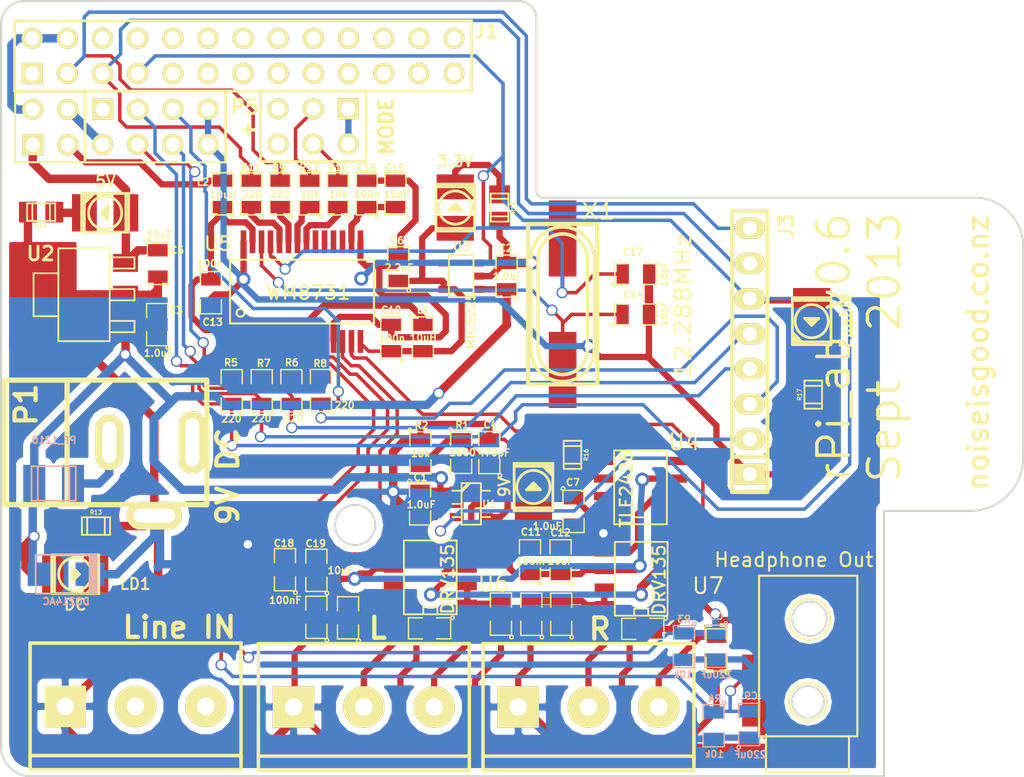
<source format=kicad_pcb>
(kicad_pcb (version 3) (host pcbnew "(2013-08-20 BZR 4294)-product")
  (title_block (date "15 nov 2012") (rev 0.4) (comment 1 "FR4 Fiberglass PCB 1.6mm (0.063\") thickness"))
  (layers (15 F.Cu signal hide) (0 B.Cu signal) (18 B.Paste user hide) (19 F.Paste user hide) (20 B.SilkS user) (21 F.SilkS user) (22 B.Mask user hide) (23 F.Mask user hide) (28 Edge.Cuts user))
  (net 0 "")
  (net 1 +3.3VDC)
  (net 2 +9VDC)
  (net 3 AGND)
  (net 4 CLKOUT)
  (net 5 "DC IN")
  (net 6 DGND)
  (net 7 DVDD)
  (net 8 GNDPWR)
  (net 9 GPIO15)
  (net 10 GPIO4)
  (net 11 I2C_CLK)
  (net 12 I2C_SDA)
  (net 13 LHPOUT)
  (net 14 LOUT)
  (net 15 N-000001)
  (net 16 N-0000010)
  (net 17 N-0000011)
  (net 18 N-0000013)
  (net 19 N-0000014)
  (net 20 N-0000016)
  (net 21 N-0000018)
  (net 22 N-0000019)
  (net 23 N-000002)
  (net 24 N-0000020)
  (net 25 N-0000023)
  (net 26 N-0000024)
  (net 27 N-0000026)
  (net 28 N-0000028)
  (net 29 N-0000029)
  (net 30 N-0000030)
  (net 31 N-0000031)
  (net 32 N-0000032)
  (net 33 N-0000034)
  (net 34 N-0000035)
  (net 35 N-0000036)
  (net 36 N-0000039)
  (net 37 N-0000046)
  (net 38 N-0000047)
  (net 39 N-0000048)
  (net 40 N-0000049)
  (net 41 N-000005)
  (net 42 N-0000050)
  (net 43 N-0000051)
  (net 44 N-0000052)
  (net 45 N-0000053)
  (net 46 N-0000054)
  (net 47 N-0000055)
  (net 48 N-0000056)
  (net 49 N-0000060)
  (net 50 N-0000061)
  (net 51 N-0000062)
  (net 52 N-0000063)
  (net 53 N-0000064)
  (net 54 N-0000065)
  (net 55 N-0000066)
  (net 56 N-0000067)
  (net 57 N-0000068)
  (net 58 N-0000069)
  (net 59 N-000007)
  (net 60 N-0000070)
  (net 61 N-0000071)
  (net 62 N-0000072)
  (net 63 N-0000073)
  (net 64 N-0000074)
  (net 65 N-0000075)
  (net 66 N-0000076)
  (net 67 N-0000077)
  (net 68 N-0000078)
  (net 69 N-000008)
  (net 70 N-000009)
  (net 71 PCM_CLK)
  (net 72 PCM_DIN)
  (net 73 PCM_DOUT)
  (net 74 PCM_FS)
  (net 75 RHPOUT)
  (net 76 ROUT)
  (net 77 VREF)
  (module mors_3p (layer F.Cu) (at 190.0428 162.04184)
    (fp_text reference L (at 1.01092 -5.6896) (layer F.SilkS) (effects (font (thickness 0.3048))))
    (fp_text value "" (at 0 5.842) (layer F.SilkS) (effects (font (thickness 0.3048))))
    (pad 1 thru_hole rect (at -5.08 0) (size 2.99974 2.99974) (drill 1.24968) (layers *.Cu *.Mask F.SilkS) (net 3 AGND))
    (pad 2 thru_hole circle (at 0 0) (size 2.99974 2.99974) (drill 1.24968) (layers *.Cu *.Mask F.SilkS) (net 47 N-0000055))
    (pad 3 thru_hole circle (at 5.08 0) (size 2.99974 2.99974) (drill 1.24968) (layers *.Cu *.Mask F.SilkS) (net 21 N-0000018))
  )
  (module PIN_ARRAY_2X2 (layer F.Cu) (at 167.386 120.142)
    (fp_text reference "" (at -0.381 -3.429) (layer F.SilkS) (effects (font (size 1.016 1.016) (thickness 0.2032))))
    (fp_text value "5V 3.3V" hide)
    (pad 1 thru_hole rect (at -1.27 1.27) (size 1.524 1.524) (drill 1.016) (layers *.Cu *.Mask F.SilkS))
    (pad 2 thru_hole circle (at -1.27 -1.27) (size 1.524 1.524) (drill 1.016) (layers *.Cu *.Mask F.SilkS))
    (pad 3 thru_hole circle (at 1.27 1.27) (size 1.524 1.524) (drill 1.016) (layers *.Cu *.Mask F.SilkS))
    (pad 4 thru_hole circle (at 1.27 -1.27) (size 1.524 1.524) (drill 1.016) (layers *.Cu *.Mask F.SilkS))
  )
  (module pin_array_4x2reversed (layer F.Cu) (at 176.2252 120.1166)
    (fp_text reference "" (at 6.1468 -1.8669) (layer F.SilkS) (effects (font (size 1.016 1.016) (thickness 0.2032))))
    (fp_text value "" (at -8.40994 0.55372) (layer F.SilkS) (effects (font (size 1.016 1.016) (thickness 0.2032))))
    (pad 1 thru_hole rect (at -5.06222 -1.25476) (size 1.524 1.524) (drill 1.016) (layers *.Cu *.Mask F.SilkS) (net 38 N-0000047))
    (pad 2 thru_hole circle (at -5.06222 1.28524) (size 1.524 1.524) (drill 1.016) (layers *.Cu *.Mask F.SilkS) (net 7 DVDD))
    (pad 3 thru_hole circle (at -2.52222 -1.25476) (size 1.524 1.524) (drill 1.016) (layers *.Cu *.Mask F.SilkS) (net 71 PCM_CLK))
    (pad 4 thru_hole circle (at -2.52222 1.28524) (size 1.524 1.524) (drill 1.016) (layers *.Cu *.Mask F.SilkS) (net 74 PCM_FS))
    (pad 5 thru_hole circle (at 0.01778 -1.25476) (size 1.524 1.524) (drill 1.016) (layers *.Cu *.Mask F.SilkS) (net 72 PCM_DIN))
    (pad 6 thru_hole circle (at 0.01778 1.28524) (size 1.524 1.524) (drill 1.016) (layers *.Cu *.Mask F.SilkS) (net 73 PCM_DOUT))
    (pad 7 thru_hole circle (at 2.55778 -1.25476) (size 1.524 1.524) (drill 1.016) (layers *.Cu *.Mask F.SilkS) (net 6 DGND))
    (pad 8 thru_hole circle (at 2.55778 1.28524) (size 1.524 1.524) (drill 1.016) (layers *.Cu *.Mask F.SilkS) (net 6 DGND))
  )
  (module ssop-28 (layer F.Cu) (at 185.5724 132.0292)
    (fp_text reference U5 (at -6.0706 -3.4544) (layer F.SilkS) (effects (font (size 1.00076 1.00076) (thickness 0.14986))))
    (fp_text value WM8731 (at 0.45212 0.07112) (layer F.SilkS) (effects (font (size 1.00076 1.00076) (thickness 0.14986))))
    (pad 7 smd rect (at -0.32512 3.59918) (size 0.4064 1.651) (layers F.Cu F.Paste F.Mask) (net 50 N-0000061))
    (pad 8 smd rect (at 0.32512 3.59918) (size 0.4064 1.651) (layers F.Cu F.Paste F.Mask) (net 1 +3.3VDC))
    (pad 9 smd rect (at 0.97536 3.59918) (size 0.4064 1.651) (layers F.Cu F.Paste F.Mask) (net 13 LHPOUT))
    (pad 10 smd rect (at 1.6256 3.59918) (size 0.4064 1.651) (layers F.Cu F.Paste F.Mask) (net 75 RHPOUT))
    (pad 25 smd rect (at -2.27584 -3.59918) (size 0.4064 1.651) (layers F.Cu F.Paste F.Mask) (net 44 N-0000052))
    (pad 4 smd rect (at -2.27584 3.59918) (size 0.4064 1.651) (layers F.Cu F.Paste F.Mask) (net 17 N-0000011))
    (pad 5 smd rect (at -1.6256 3.59918) (size 0.4064 1.651) (layers F.Cu F.Paste F.Mask) (net 50 N-0000061))
    (pad 6 smd rect (at -0.97536 3.59918) (size 0.4064 1.651) (layers F.Cu F.Paste F.Mask) (net 16 N-0000010))
    (pad 18 smd rect (at 2.27584 -3.59918) (size 0.4064 1.651) (layers F.Cu F.Paste F.Mask) (net 36 N-0000039))
    (pad 19 smd rect (at 1.6256 -3.59918) (size 0.4064 1.651) (layers F.Cu F.Paste F.Mask) (net 32 N-0000032))
    (pad 20 smd rect (at 0.97536 -3.59918) (size 0.4064 1.651) (layers F.Cu F.Paste F.Mask) (net 24 N-0000020))
    (pad 21 smd rect (at 0.32512 -3.59918) (size 0.4064 1.651) (layers F.Cu F.Paste F.Mask) (net 22 N-0000019))
    (pad 22 smd rect (at -0.32512 -3.59918) (size 0.4064 1.651) (layers F.Cu F.Paste F.Mask) (net 41 N-000005))
    (pad 23 smd rect (at -0.97536 -3.59918) (size 0.4064 1.651) (layers F.Cu F.Paste F.Mask) (net 20 N-0000016))
    (pad 11 smd rect (at 2.27584 3.59918) (size 0.4064 1.651) (layers F.Cu F.Paste F.Mask) (net 3 AGND))
    (pad 24 smd rect (at -1.6256 -3.59918) (size 0.4064 1.651) (layers F.Cu F.Paste F.Mask) (net 46 N-0000054))
    (pad 26 smd rect (at -2.92608 -3.59918) (size 0.4064 1.651) (layers F.Cu F.Paste F.Mask) (net 43 N-0000051))
    (pad 27 smd rect (at -3.57378 -3.59918) (size 0.4064 1.651) (layers F.Cu F.Paste F.Mask) (net 70 N-000009))
    (pad 28 smd rect (at -4.22402 -3.59918) (size 0.4064 1.651) (layers F.Cu F.Paste F.Mask) (net 6 DGND))
    (pad 1 smd rect (at -4.22402 3.59918) (size 0.4064 1.651) (layers F.Cu F.Paste F.Mask) (net 70 N-000009))
    (pad 2 smd rect (at -3.57378 3.59918) (size 0.4064 1.651) (layers F.Cu F.Paste F.Mask) (net 4 CLKOUT))
    (pad 3 smd rect (at -2.92608 3.59918) (size 0.4064 1.651) (layers F.Cu F.Paste F.Mask) (net 69 N-000008))
    (pad 12 smd rect (at 2.92608 3.59918) (size 0.4064 1.651) (layers F.Cu F.Paste F.Mask) (net 14 LOUT))
    (pad 13 smd rect (at 3.57378 3.59918) (size 0.4064 1.651) (layers F.Cu F.Paste F.Mask) (net 76 ROUT))
    (pad 14 smd rect (at 4.22402 3.59918) (size 0.4064 1.651) (layers F.Cu F.Paste F.Mask) (net 48 N-0000056))
    (pad 15 smd rect (at 4.22402 -3.59918) (size 0.4064 1.651) (layers F.Cu F.Paste F.Mask) (net 3 AGND))
    (pad 16 smd rect (at 3.57378 -3.59918) (size 0.4064 1.651) (layers F.Cu F.Paste F.Mask) (net 42 N-0000050))
    (pad 17 smd rect (at 2.92608 -3.59918) (size 0.4064 1.651) (layers F.Cu F.Paste F.Mask) (net 47 N-0000055))
  )
  (module mors_3p (layer F.Cu) (at 173.54804 162.0012)
    (fp_text reference "Line IN" (at 3.15976 -5.715) (layer F.SilkS) (effects (font (thickness 0.3048))))
    (fp_text value "" (at 0 5.842) (layer F.SilkS) (effects (font (thickness 0.3048))))
    (pad 1 thru_hole rect (at -5.08 0) (size 2.99974 2.99974) (drill 1.24968) (layers *.Cu *.Mask F.SilkS) (net 3 AGND))
    (pad 2 thru_hole circle (at 0 0) (size 2.99974 2.99974) (drill 1.24968) (layers *.Cu *.Mask F.SilkS) (net 47 N-0000055))
    (pad 3 thru_hole circle (at 5.08 0) (size 2.99974 2.99974) (drill 1.24968) (layers *.Cu *.Mask F.SilkS) (net 21 N-0000018))
  )
  (module pin_array_13x2 (layer F.Cu) (at 181.31908 115.00202)
    (fp_text reference J1 (at 17.60356 -1.80438) (layer F.SilkS) (effects (font (size 1.016 1.016) (thickness 0.2032))))
    (fp_text value "" (at 7.62 -3.81) (layer F.SilkS) (effects (font (size 1.016 1.016) (thickness 0.2032))))
    (pad 1 thru_hole rect (at -15.24 1.27) (size 1.524 1.524) (drill 1.016) (layers *.Cu *.Mask F.SilkS) (net 51 N-0000062))
    (pad 2 thru_hole circle (at -15.24 -1.27) (size 1.524 1.524) (drill 1.016) (layers *.Cu *.Mask F.SilkS) (net 34 N-0000035))
    (pad 3 thru_hole circle (at -12.7 1.27) (size 1.524 1.524) (drill 1.016) (layers *.Cu *.Mask F.SilkS) (net 12 I2C_SDA))
    (pad 4 thru_hole circle (at -12.7 -1.27) (size 1.524 1.524) (drill 1.016) (layers *.Cu *.Mask F.SilkS) (net 34 N-0000035))
    (pad 5 thru_hole circle (at -10.16 1.27) (size 1.524 1.524) (drill 1.016) (layers *.Cu *.Mask F.SilkS) (net 11 I2C_CLK))
    (pad 6 thru_hole circle (at -10.16 -1.27) (size 1.524 1.524) (drill 1.016) (layers *.Cu *.Mask F.SilkS) (net 6 DGND))
    (pad 7 thru_hole circle (at -7.62 1.27) (size 1.524 1.524) (drill 1.016) (layers *.Cu *.Mask F.SilkS) (net 10 GPIO4))
    (pad 8 thru_hole circle (at -7.62 -1.27) (size 1.524 1.524) (drill 1.016) (layers *.Cu *.Mask F.SilkS) (net 58 N-0000069))
    (pad 9 thru_hole circle (at -5.08 1.27) (size 1.524 1.524) (drill 1.016) (layers *.Cu *.Mask F.SilkS) (net 6 DGND))
    (pad 10 thru_hole circle (at -5.08 -1.27) (size 1.524 1.524) (drill 1.016) (layers *.Cu *.Mask F.SilkS) (net 9 GPIO15))
    (pad 11 thru_hole circle (at -2.54 1.27) (size 1.524 1.524) (drill 1.016) (layers *.Cu *.Mask F.SilkS) (net 60 N-0000070))
    (pad 12 thru_hole circle (at -2.54 -1.27) (size 1.524 1.524) (drill 1.016) (layers *.Cu *.Mask F.SilkS) (net 57 N-0000068))
    (pad 13 thru_hole circle (at 0 1.27) (size 1.524 1.524) (drill 1.016) (layers *.Cu *.Mask F.SilkS) (net 63 N-0000073))
    (pad 14 thru_hole circle (at 0 -1.27) (size 1.524 1.524) (drill 1.016) (layers *.Cu *.Mask F.SilkS) (net 6 DGND))
    (pad 15 thru_hole circle (at 2.54 1.27) (size 1.524 1.524) (drill 1.016) (layers *.Cu *.Mask F.SilkS) (net 66 N-0000076))
    (pad 16 thru_hole circle (at 2.54 -1.27) (size 1.524 1.524) (drill 1.016) (layers *.Cu *.Mask F.SilkS) (net 67 N-0000077))
    (pad 17 thru_hole circle (at 5.08 1.27) (size 1.524 1.524) (drill 1.016) (layers *.Cu *.Mask F.SilkS) (net 56 N-0000067))
    (pad 18 thru_hole circle (at 5.08 -1.27) (size 1.524 1.524) (drill 1.016) (layers *.Cu *.Mask F.SilkS) (net 52 N-0000063))
    (pad 19 thru_hole circle (at 7.62 1.27) (size 1.524 1.524) (drill 1.016) (layers *.Cu *.Mask F.SilkS) (net 53 N-0000064))
    (pad 20 thru_hole circle (at 7.62 -1.27) (size 1.524 1.524) (drill 1.016) (layers *.Cu *.Mask F.SilkS) (net 6 DGND))
    (pad 21 thru_hole circle (at 10.16 1.27) (size 1.524 1.524) (drill 1.016) (layers *.Cu *.Mask F.SilkS) (net 61 N-0000071))
    (pad 22 thru_hole circle (at 10.16 -1.27) (size 1.524 1.524) (drill 1.016) (layers *.Cu *.Mask F.SilkS) (net 62 N-0000072))
    (pad 23 thru_hole circle (at 12.7 1.27) (size 1.524 1.524) (drill 1.016) (layers *.Cu *.Mask F.SilkS) (net 64 N-0000074))
    (pad 24 thru_hole circle (at 12.7 -1.27) (size 1.524 1.524) (drill 1.016) (layers *.Cu *.Mask F.SilkS) (net 65 N-0000075))
    (pad 25 thru_hole circle (at 15.24 1.27) (size 1.524 1.524) (drill 1.016) (layers *.Cu *.Mask F.SilkS) (net 6 DGND))
    (pad 26 thru_hole circle (at 15.24 -1.27) (size 1.524 1.524) (drill 1.016) (layers *.Cu *.Mask F.SilkS) (net 68 N-0000078))
  )
  (module SM0805 (layer F.Cu) (at 194.1068 147.3708 270)
    (fp_text reference C1 (at -1.9177 -0.0254 360) (layer F.SilkS) (effects (font (size 0.50038 0.50038) (thickness 0.10922))))
    (fp_text value 1.0uF (at 0.0508 -0.0762 360) (layer F.SilkS) (effects (font (size 0.50038 0.50038) (thickness 0.10922))))
    (pad 1 smd rect (at -0.9525 0 270) (size 0.889 1.397) (layers F.Cu F.Paste F.Mask) (net 5 "DC IN"))
    (pad 2 smd rect (at 0.9525 0 270) (size 0.889 1.397) (layers F.Cu F.Paste F.Mask) (net 8 GNDPWR))
  )
  (module SM0805 (layer F.Cu) (at 200.3552 130.9116 90)
    (fp_text reference C2 (at 2.01676 -0.06604 180) (layer F.SilkS) (effects (font (size 0.50038 0.50038) (thickness 0.10922))))
    (fp_text value 1.0uF (at 0 0.0508 180) (layer F.SilkS) (effects (font (size 0.50038 0.50038) (thickness 0.10922))))
    (pad 1 smd rect (at -0.9525 0 90) (size 0.889 1.397) (layers F.Cu F.Paste F.Mask) (net 5 "DC IN"))
    (pad 2 smd rect (at 0.9525 0 90) (size 0.889 1.397) (layers F.Cu F.Paste F.Mask) (net 8 GNDPWR))
  )
  (module SM0805 (layer F.Cu) (at 175.1076 134.4168 90)
    (fp_text reference C3 (at 1.016 1.36144 180) (layer F.SilkS) (effects (font (size 0.50038 0.50038) (thickness 0.10922))))
    (fp_text value 1.0uF (at -2.0574 0.09144 180) (layer F.SilkS) (effects (font (size 0.50038 0.50038) (thickness 0.10922))))
    (pad 1 smd rect (at -0.9525 0 90) (size 0.889 1.397) (layers F.Cu F.Paste F.Mask) (net 5 "DC IN"))
    (pad 2 smd rect (at 0.9525 0 90) (size 0.889 1.397) (layers F.Cu F.Paste F.Mask) (net 8 GNDPWR))
  )
  (module SM0805 (layer F.Cu) (at 199.1106 143.6624 90)
    (fp_text reference C4 (at 2.0066 0.0762 180) (layer F.SilkS) (effects (font (size 0.50038 0.50038) (thickness 0.10922))))
    (fp_text value 470pF (at -0.01016 0.32766 360) (layer F.SilkS) (effects (font (size 0.50038 0.50038) (thickness 0.10922))))
    (pad 1 smd rect (at -0.9525 0 90) (size 0.889 1.397) (layers F.Cu F.Paste F.Mask) (net 23 N-000002))
    (pad 2 smd rect (at 0.9525 0 90) (size 0.889 1.397) (layers F.Cu F.Paste F.Mask) (net 8 GNDPWR))
  )
  (module SM0805 (layer F.Cu) (at 175.1584 129.9972 270)
    (fp_text reference C5 (at -0.9525 -1.38938 360) (layer F.SilkS) (effects (font (size 0.50038 0.50038) (thickness 0.10922))))
    (fp_text value 10uF (at -2.0828 -0.10668 360) (layer F.SilkS) (effects (font (size 0.50038 0.50038) (thickness 0.10922))))
    (pad 1 smd rect (at -0.9525 0 270) (size 0.889 1.397) (layers F.Cu F.Paste F.Mask) (net 35 N-0000036))
    (pad 2 smd rect (at 0.9525 0 270) (size 0.889 1.397) (layers F.Cu F.Paste F.Mask) (net 8 GNDPWR))
  )
  (module SM0805 (layer F.Cu) (at 192.532 130.302 90)
    (fp_text reference C6 (at 1.9558 -0.0762 180) (layer F.SilkS) (effects (font (size 0.50038 0.50038) (thickness 0.10922))))
    (fp_text value 2.2uF (at 0 0.0508 360) (layer F.SilkS) (effects (font (size 0.50038 0.50038) (thickness 0.10922))))
    (pad 1 smd rect (at -0.9525 0 90) (size 0.889 1.397) (layers F.Cu F.Paste F.Mask) (net 1 +3.3VDC))
    (pad 2 smd rect (at 0.9525 0 90) (size 0.889 1.397) (layers F.Cu F.Paste F.Mask) (net 8 GNDPWR))
  )
  (module SM0805 (layer F.Cu) (at 205.1939 147.9169 270)
    (fp_text reference C7 (at -2.09804 0.04064 360) (layer F.SilkS) (effects (font (size 0.50038 0.50038) (thickness 0.10922))))
    (fp_text value 1.0uF (at 1.0668 1.905 540) (layer F.SilkS) (effects (font (size 0.50038 0.50038) (thickness 0.10922))))
    (pad 1 smd rect (at -0.9525 0 270) (size 0.889 1.397) (layers F.Cu F.Paste F.Mask) (net 18 N-0000013))
    (pad 2 smd rect (at 0.9525 0 270) (size 0.889 1.397) (layers F.Cu F.Paste F.Mask) (net 8 GNDPWR))
  )
  (module SM0805 (layer B.Cu) (at 215.4428 157.6578 270)
    (fp_text reference C8 (at -2.1717 -0.0889 540) (layer B.SilkS) (effects (font (size 0.50038 0.50038) (thickness 0.10922)) (justify mirror)))
    (fp_text value 220uF (at 2.0447 -0.0635 540) (layer B.SilkS) (effects (font (size 0.50038 0.50038) (thickness 0.10922)) (justify mirror)))
    (pad 1 smd rect (at -0.9525 0 270) (size 0.889 1.397) (layers B.Cu B.Paste B.Mask) (net 75 RHPOUT))
    (pad 2 smd rect (at 0.9525 0 270) (size 0.889 1.397) (layers B.Cu B.Paste B.Mask) (net 39 N-0000048))
  )
  (module SM0805 (layer B.Cu) (at 217.8812 163.3093 90)
    (fp_text reference C9 (at 2.0701 0.1397 360) (layer B.SilkS) (effects (font (size 0.50038 0.50038) (thickness 0.10922)) (justify mirror)))
    (fp_text value 220uF (at -2.1717 0.0889 360) (layer B.SilkS) (effects (font (size 0.50038 0.50038) (thickness 0.10922)) (justify mirror)))
    (pad 1 smd rect (at -0.9525 0 90) (size 0.889 1.397) (layers B.Cu B.Paste B.Mask) (net 13 LHPOUT))
    (pad 2 smd rect (at 0.9525 0 90) (size 0.889 1.397) (layers B.Cu B.Paste B.Mask) (net 40 N-0000049))
  )
  (module SM0805 (layer F.Cu) (at 192.024 135.382 90)
    (fp_text reference C10 (at 2.0193 0 180) (layer F.SilkS) (effects (font (size 0.50038 0.50038) (thickness 0.10922))))
    (fp_text value 100n (at -0.03048 0.05588 180) (layer F.SilkS) (effects (font (size 0.50038 0.50038) (thickness 0.10922))))
    (pad 1 smd rect (at -0.9525 0 90) (size 0.889 1.397) (layers F.Cu F.Paste F.Mask) (net 48 N-0000056))
    (pad 2 smd rect (at 0.9525 0 90) (size 0.889 1.397) (layers F.Cu F.Paste F.Mask) (net 3 AGND))
  )
  (module SM0805 (layer F.Cu) (at 202.04684 151.4856 90)
    (fp_text reference C11 (at 2.0828 0.0762 180) (layer F.SilkS) (effects (font (size 0.50038 0.50038) (thickness 0.10922))))
    (fp_text value 100nF (at -0.0254 0.127 180) (layer F.SilkS) (effects (font (size 0.50038 0.50038) (thickness 0.10922))))
    (pad 1 smd rect (at -0.9525 0 90) (size 0.889 1.397) (layers F.Cu F.Paste F.Mask) (net 2 +9VDC))
    (pad 2 smd rect (at 0.9525 0 90) (size 0.889 1.397) (layers F.Cu F.Paste F.Mask) (net 3 AGND))
  )
  (module SM0805 (layer F.Cu) (at 204.25664 151.4856 90)
    (fp_text reference C12 (at 2.032 0 180) (layer F.SilkS) (effects (font (size 0.50038 0.50038) (thickness 0.10922))))
    (fp_text value 10uF (at -0.0127 -0.0127 180) (layer F.SilkS) (effects (font (size 0.50038 0.50038) (thickness 0.10922))))
    (pad 1 smd rect (at -0.9525 0 90) (size 0.889 1.397) (layers F.Cu F.Paste F.Mask) (net 2 +9VDC))
    (pad 2 smd rect (at 0.9525 0 90) (size 0.889 1.397) (layers F.Cu F.Paste F.Mask) (net 3 AGND))
  )
  (module SM0805 (layer F.Cu) (at 178.9938 132.1054 270)
    (fp_text reference C13 (at 2.1336 -0.127 360) (layer F.SilkS) (effects (font (size 0.50038 0.50038) (thickness 0.10922))))
    (fp_text value 100n (at -2.09804 0.06604 360) (layer F.SilkS) (effects (font (size 0.50038 0.50038) (thickness 0.10922))))
    (pad 1 smd rect (at -0.9525 0 270) (size 0.889 1.397) (layers F.Cu F.Paste F.Mask) (net 70 N-000009))
    (pad 2 smd rect (at 0.9525 0 270) (size 0.889 1.397) (layers F.Cu F.Paste F.Mask) (net 6 DGND))
  )
  (module SM0805 (layer F.Cu) (at 209.6897 133.6802)
    (fp_text reference C14 (at -0.1524 -1.44272) (layer F.SilkS) (effects (font (size 0.50038 0.50038) (thickness 0.10922))))
    (fp_text value 18pF (at 2.0574 -0.0508 270) (layer F.SilkS) (effects (font (size 0.50038 0.50038) (thickness 0.10922))))
    (pad 1 smd rect (at -0.9525 0) (size 0.889 1.397) (layers F.Cu F.Paste F.Mask) (net 43 N-0000051))
    (pad 2 smd rect (at 0.9525 0) (size 0.889 1.397) (layers F.Cu F.Paste F.Mask) (net 6 DGND))
  )
  (module SM0805 (layer F.Cu) (at 192.3288 124.968 90)
    (fp_text reference C15 (at 1.8796 -0.0508 180) (layer F.SilkS) (effects (font (size 0.50038 0.50038) (thickness 0.10922))))
    (fp_text value 10uF (at -0.0254 0.0762 180) (layer F.SilkS) (effects (font (size 0.50038 0.50038) (thickness 0.10922))))
    (pad 1 smd rect (at -0.9525 0 90) (size 0.889 1.397) (layers F.Cu F.Paste F.Mask) (net 42 N-0000050))
    (pad 2 smd rect (at 0.9525 0 90) (size 0.889 1.397) (layers F.Cu F.Paste F.Mask) (net 3 AGND))
  )
  (module SM0805 (layer F.Cu) (at 190.246 124.968 90)
    (fp_text reference C16 (at 1.89738 -0.00508 180) (layer F.SilkS) (effects (font (size 0.50038 0.50038) (thickness 0.10922))))
    (fp_text value 100n (at -0.02286 0.01778 180) (layer F.SilkS) (effects (font (size 0.50038 0.50038) (thickness 0.10922))))
    (pad 1 smd rect (at -0.9525 0 90) (size 0.889 1.397) (layers F.Cu F.Paste F.Mask) (net 42 N-0000050))
    (pad 2 smd rect (at 0.9525 0 90) (size 0.889 1.397) (layers F.Cu F.Paste F.Mask) (net 3 AGND))
  )
  (module SM0805 (layer F.Cu) (at 209.7024 130.7592)
    (fp_text reference C17 (at -0.21844 -1.58496) (layer F.SilkS) (effects (font (size 0.50038 0.50038) (thickness 0.10922))))
    (fp_text value 18pF (at 2.03962 -0.00508 90) (layer F.SilkS) (effects (font (size 0.50038 0.50038) (thickness 0.10922))))
    (pad 1 smd rect (at -0.9525 0) (size 0.889 1.397) (layers F.Cu F.Paste F.Mask) (net 44 N-0000052))
    (pad 2 smd rect (at 0.9525 0) (size 0.889 1.397) (layers F.Cu F.Paste F.Mask) (net 6 DGND))
  )
  (module SM0805 (layer F.Cu) (at 184.34304 152.12568 90)
    (fp_text reference C18 (at 1.91008 -0.06604 180) (layer F.SilkS) (effects (font (size 0.50038 0.50038) (thickness 0.10922))))
    (fp_text value 100nF (at -2.20472 0.0254 180) (layer F.SilkS) (effects (font (size 0.50038 0.50038) (thickness 0.10922))))
    (pad 1 smd rect (at -0.9525 0 90) (size 0.889 1.397) (layers F.Cu F.Paste F.Mask) (net 2 +9VDC))
    (pad 2 smd rect (at 0.9525 0 90) (size 0.889 1.397) (layers F.Cu F.Paste F.Mask) (net 3 AGND))
  )
  (module SM0805 (layer F.Cu) (at 186.6138 152.1714 90)
    (fp_text reference C19 (at 1.93548 -0.04572 180) (layer F.SilkS) (effects (font (size 0.50038 0.50038) (thickness 0.10922))))
    (fp_text value 10uF (at -0.01016 1.73736 180) (layer F.SilkS) (effects (font (size 0.50038 0.50038) (thickness 0.10922))))
    (pad 1 smd rect (at -0.9525 0 90) (size 0.889 1.397) (layers F.Cu F.Paste F.Mask) (net 2 +9VDC))
    (pad 2 smd rect (at 0.9525 0 90) (size 0.889 1.397) (layers F.Cu F.Paste F.Mask) (net 3 AGND))
  )
  (module SM0805 (layer F.Cu) (at 194.31 135.382 270)
    (fp_text reference L1 (at -2.032 -0.0127 360) (layer F.SilkS) (effects (font (size 0.50038 0.50038) (thickness 0.10922))))
    (fp_text value 10uH (at -0.02032 -0.0254 360) (layer F.SilkS) (effects (font (size 0.50038 0.50038) (thickness 0.10922))))
    (pad 1 smd rect (at -0.9525 0 270) (size 0.889 1.397) (layers F.Cu F.Paste F.Mask) (net 1 +3.3VDC))
    (pad 2 smd rect (at 0.9525 0 270) (size 0.889 1.397) (layers F.Cu F.Paste F.Mask) (net 48 N-0000056))
  )
  (module SM0805 (layer F.Cu) (at 179.832 124.968 90)
    (fp_text reference L2 (at 0.8509 -1.4097 180) (layer F.SilkS) (effects (font (size 0.50038 0.50038) (thickness 0.10922))))
    (fp_text value 10uH (at -0.0635 0.0508 180) (layer F.SilkS) (effects (font (size 0.50038 0.50038) (thickness 0.10922))))
    (pad 1 smd rect (at -0.9525 0 90) (size 0.889 1.397) (layers F.Cu F.Paste F.Mask) (net 70 N-000009))
    (pad 2 smd rect (at 0.9525 0 90) (size 0.889 1.397) (layers F.Cu F.Paste F.Mask) (net 19 N-0000014))
  )
  (module pin_array_3x2 (layer F.Cu) (at 186.3852 120.0912 180)
    (fp_text reference P5 (at 4.953 1.397 360) (layer F.SilkS) (effects (font (size 1.016 1.016) (thickness 0.2032))))
    (fp_text value "" hide)
    (pad 1 thru_hole rect (at -2.54 1.27 180) (size 1.524 1.524) (drill 1.016) (layers *.Cu *.Mask F.SilkS) (net 6 DGND))
    (pad 2 thru_hole circle (at -2.54 -1.27 180) (size 1.524 1.524) (drill 1.016) (layers *.Cu *.Mask F.SilkS) (net 6 DGND))
    (pad 3 thru_hole circle (at 0 1.27 180) (size 1.524 1.524) (drill 1.016) (layers *.Cu *.Mask F.SilkS) (net 15 N-000001))
    (pad 4 thru_hole circle (at 0 -1.27 180) (size 1.524 1.524) (drill 1.016) (layers *.Cu *.Mask F.SilkS) (net 59 N-000007))
    (pad 5 thru_hole circle (at 2.54 1.27 180) (size 1.524 1.524) (drill 1.016) (layers *.Cu *.Mask F.SilkS) (net 7 DVDD))
    (pad 6 thru_hole circle (at 2.54 -1.27 180) (size 1.524 1.524) (drill 1.016) (layers *.Cu *.Mask F.SilkS) (net 7 DVDD))
  )
  (module mors_3p (layer F.Cu) (at 206.2734 162.04184)
    (fp_text reference R (at 0.81788 -5.63372) (layer F.SilkS) (effects (font (thickness 0.3048))))
    (fp_text value "" (at 0 5.842) (layer F.SilkS) (effects (font (thickness 0.3048))))
    (pad 1 thru_hole rect (at -5.08 0) (size 2.99974 2.99974) (drill 1.24968) (layers *.Cu *.Mask F.SilkS) (net 3 AGND))
    (pad 2 thru_hole circle (at 0 0) (size 2.99974 2.99974) (drill 1.24968) (layers *.Cu *.Mask F.SilkS) (net 29 N-0000029))
    (pad 3 thru_hole circle (at 5.08 0) (size 2.99974 2.99974) (drill 1.24968) (layers *.Cu *.Mask F.SilkS) (net 33 N-0000034))
  )
  (module SM0805 (layer F.Cu) (at 197.075 143.65 270)
    (fp_text reference R1 (at -1.9812 -0.0762 360) (layer F.SilkS) (effects (font (size 0.50038 0.50038) (thickness 0.10922))))
    (fp_text value 1600 (at 0 -0.1016 360) (layer F.SilkS) (effects (font (size 0.50038 0.50038) (thickness 0.10922))))
    (pad 1 smd rect (at -0.9525 0 270) (size 0.889 1.397) (layers F.Cu F.Paste F.Mask) (net 23 N-000002))
    (pad 2 smd rect (at 0.9525 0 270) (size 0.889 1.397) (layers F.Cu F.Paste F.Mask) (net 2 +9VDC))
  )
  (module SM0805 (layer F.Cu) (at 194.1322 143.6751 270)
    (fp_text reference R2 (at -1.9812 -0.0762 360) (layer F.SilkS) (effects (font (size 0.50038 0.50038) (thickness 0.10922))))
    (fp_text value 10k (at 0.0508 0 360) (layer F.SilkS) (effects (font (size 0.50038 0.50038) (thickness 0.10922))))
    (pad 1 smd rect (at -0.9525 0 270) (size 0.889 1.397) (layers F.Cu F.Paste F.Mask) (net 8 GNDPWR))
    (pad 2 smd rect (at 0.9525 0 270) (size 0.889 1.397) (layers F.Cu F.Paste F.Mask) (net 23 N-000002))
  )
  (module SM0805 (layer B.Cu) (at 213.1695 157.6832 270)
    (fp_text reference R3 (at -1.9812 -0.0127 540) (layer B.SilkS) (effects (font (size 0.50038 0.50038) (thickness 0.10922)) (justify mirror)))
    (fp_text value 10k (at 2.00152 0.0635 540) (layer B.SilkS) (effects (font (size 0.50038 0.50038) (thickness 0.10922)) (justify mirror)))
    (pad 1 smd rect (at -0.9525 0 270) (size 0.889 1.397) (layers B.Cu B.Paste B.Mask) (net 39 N-0000048))
    (pad 2 smd rect (at 0.9525 0 270) (size 0.889 1.397) (layers B.Cu B.Paste B.Mask) (net 3 AGND))
  )
  (module SM0805 (layer B.Cu) (at 215.3158 163.3982 270)
    (fp_text reference R4 (at -1.9558 -0.0762 540) (layer B.SilkS) (effects (font (size 0.50038 0.50038) (thickness 0.10922)) (justify mirror)))
    (fp_text value 10k (at 2.0574 -0.0508 540) (layer B.SilkS) (effects (font (size 0.50038 0.50038) (thickness 0.10922)) (justify mirror)))
    (pad 1 smd rect (at -0.9525 0 270) (size 0.889 1.397) (layers B.Cu B.Paste B.Mask) (net 40 N-0000049))
    (pad 2 smd rect (at 0.9525 0 270) (size 0.889 1.397) (layers B.Cu B.Paste B.Mask) (net 3 AGND))
  )
  (module SM0805 (layer F.Cu) (at 180.4924 139.192 90)
    (fp_text reference R5 (at 2.032 -0.0508 180) (layer F.SilkS) (effects (font (size 0.50038 0.50038) (thickness 0.10922))))
    (fp_text value 220 (at -2.02692 -0.0127 180) (layer F.SilkS) (effects (font (size 0.50038 0.50038) (thickness 0.10922))))
    (pad 1 smd rect (at -0.9525 0 90) (size 0.889 1.397) (layers F.Cu F.Paste F.Mask) (net 71 PCM_CLK))
    (pad 2 smd rect (at 0.9525 0 90) (size 0.889 1.397) (layers F.Cu F.Paste F.Mask) (net 69 N-000008))
  )
  (module SM0805 (layer F.Cu) (at 184.8104 139.192 90)
    (fp_text reference R6 (at 2.032 0.0254 180) (layer F.SilkS) (effects (font (size 0.50038 0.50038) (thickness 0.10922))))
    (fp_text value 220 (at -2.01422 0.12446 180) (layer F.SilkS) (effects (font (size 0.50038 0.50038) (thickness 0.10922))))
    (pad 1 smd rect (at -0.9525 0 90) (size 0.889 1.397) (layers F.Cu F.Paste F.Mask) (net 74 PCM_FS))
    (pad 2 smd rect (at 0.9525 0 90) (size 0.889 1.397) (layers F.Cu F.Paste F.Mask) (net 50 N-0000061))
  )
  (module SM0805 (layer F.Cu) (at 182.6641 139.192 90)
    (fp_text reference R7 (at 1.99136 0.14224 180) (layer F.SilkS) (effects (font (size 0.50038 0.50038) (thickness 0.10922))))
    (fp_text value 220 (at -2.00406 -0.02286 180) (layer F.SilkS) (effects (font (size 0.50038 0.50038) (thickness 0.10922))))
    (pad 1 smd rect (at -0.9525 0 90) (size 0.889 1.397) (layers F.Cu F.Paste F.Mask) (net 73 PCM_DOUT))
    (pad 2 smd rect (at 0.9525 0 90) (size 0.889 1.397) (layers F.Cu F.Paste F.Mask) (net 17 N-0000011))
  )
  (module SM0805 (layer F.Cu) (at 186.944 139.1793 90)
    (fp_text reference R8 (at 1.9558 -0.0508 180) (layer F.SilkS) (effects (font (size 0.50038 0.50038) (thickness 0.10922))))
    (fp_text value 220 (at -1.0707 1.706 180) (layer F.SilkS) (effects (font (size 0.50038 0.50038) (thickness 0.10922))))
    (pad 1 smd rect (at -0.9525 0 90) (size 0.889 1.397) (layers F.Cu F.Paste F.Mask) (net 72 PCM_DIN))
    (pad 2 smd rect (at 0.9525 0 90) (size 0.889 1.397) (layers F.Cu F.Paste F.Mask) (net 16 N-0000010))
  )
  (module SM0805 (layer F.Cu) (at 183.9976 124.968 90)
    (fp_text reference R9 (at 1.88976 -0.09906 180) (layer F.SilkS) (effects (font (size 0.50038 0.50038) (thickness 0.10922))))
    (fp_text value 220 (at 0 -0.0254 180) (layer F.SilkS) (effects (font (size 0.50038 0.50038) (thickness 0.10922))))
    (pad 1 smd rect (at -0.9525 0 90) (size 0.889 1.397) (layers F.Cu F.Paste F.Mask) (net 20 N-0000016))
    (pad 2 smd rect (at 0.9525 0 90) (size 0.889 1.397) (layers F.Cu F.Paste F.Mask) (net 12 I2C_SDA))
  )
  (module SM0805 (layer F.Cu) (at 188.1632 124.968 90)
    (fp_text reference R10 (at 1.89738 0.0127 180) (layer F.SilkS) (effects (font (size 0.50038 0.50038) (thickness 0.10922))))
    (fp_text value 10k (at -0.0254 0.0508 180) (layer F.SilkS) (effects (font (size 0.50038 0.50038) (thickness 0.10922))))
    (pad 1 smd rect (at -0.9525 0 90) (size 0.889 1.397) (layers F.Cu F.Paste F.Mask) (net 22 N-0000019))
    (pad 2 smd rect (at 0.9525 0 90) (size 0.889 1.397) (layers F.Cu F.Paste F.Mask) (net 59 N-000007))
  )
  (module SM0805 (layer F.Cu) (at 181.9148 124.968 90)
    (fp_text reference R11 (at 1.91262 -0.02794 180) (layer F.SilkS) (effects (font (size 0.50038 0.50038) (thickness 0.10922))))
    (fp_text value 220 (at -0.0254 0.0508 180) (layer F.SilkS) (effects (font (size 0.50038 0.50038) (thickness 0.10922))))
    (pad 1 smd rect (at -0.9525 0 90) (size 0.889 1.397) (layers F.Cu F.Paste F.Mask) (net 46 N-0000054))
    (pad 2 smd rect (at 0.9525 0 90) (size 0.889 1.397) (layers F.Cu F.Paste F.Mask) (net 11 I2C_CLK))
  )
  (module SM0805 (layer F.Cu) (at 186.1312 124.968 90)
    (fp_text reference R12 (at 1.89992 -0.01524 180) (layer F.SilkS) (effects (font (size 0.50038 0.50038) (thickness 0.10922))))
    (fp_text value 10k (at -0.0254 0.0254 180) (layer F.SilkS) (effects (font (size 0.50038 0.50038) (thickness 0.10922))))
    (pad 1 smd rect (at -0.9525 0 90) (size 0.889 1.397) (layers F.Cu F.Paste F.Mask) (net 41 N-000005))
    (pad 2 smd rect (at 0.9525 0 90) (size 0.889 1.397) (layers F.Cu F.Paste F.Mask) (net 15 N-000001))
  )
  (module sot23-5 (layer F.Cu) (at 197.8025 147.3708 270)
    (fp_text reference U1 (at 0.01016 -1.30556 360) (layer F.SilkS) (effects (font (size 0.50038 0.50038) (thickness 0.09906))))
    (fp_text value MIC5207BM5 hide)
    (pad 1 smd rect (at -0.9525 1.05664 270) (size 0.59944 1.00076) (layers F.Cu F.Paste F.Mask) (net 5 "DC IN"))
    (pad 3 smd rect (at 0.9525 1.05664 270) (size 0.59944 1.00076) (layers F.Cu F.Paste F.Mask) (net 10 GPIO4))
    (pad 2 smd rect (at 0 1.05664 270) (size 0.59944 1.00076) (layers F.Cu F.Paste F.Mask) (net 8 GNDPWR))
    (pad 4 smd rect (at 0.9525 -1.05664 270) (size 0.59944 1.00076) (layers F.Cu F.Paste F.Mask) (net 23 N-000002))
    (pad 5 smd rect (at -0.9525 -1.05664 270) (size 0.59944 1.00076) (layers F.Cu F.Paste F.Mask) (net 2 +9VDC))
  )
  (module SOT23-5 (layer F.Cu) (at 197.0786 130.9116 90)
    (fp_text reference U3 (at 2.15392 0.03556 360) (layer F.SilkS) (effects (font (size 0.635 0.635) (thickness 0.127))))
    (fp_text value MIC5225 (at -3.23088 0.69088 90) (layer F.SilkS) (effects (font (size 0.635 0.635) (thickness 0.127))))
    (pad 1 smd rect (at -0.9525 1.27 90) (size 0.508 0.762) (layers F.Cu F.Paste F.Mask) (net 5 "DC IN"))
    (pad 3 smd rect (at 0.9525 1.27 90) (size 0.508 0.762) (layers F.Cu F.Paste F.Mask) (net 10 GPIO4))
    (pad 5 smd rect (at -0.9525 -1.27 90) (size 0.508 0.762) (layers F.Cu F.Paste F.Mask) (net 1 +3.3VDC))
    (pad 2 smd rect (at 0 1.27 90) (size 0.508 0.762) (layers F.Cu F.Paste F.Mask) (net 8 GNDPWR))
    (pad 4 smd rect (at 0.9525 -1.27 90) (size 0.508 0.762) (layers F.Cu F.Paste F.Mask) (net 49 N-0000060))
  )
  (module SO8E (layer F.Cu) (at 210.0326 146.177 90)
    (fp_text reference U4 (at 3.2766 3.1496 180) (layer F.SilkS) (effects (font (size 1.143 1.143) (thickness 0.1524))))
    (fp_text value TLE2426 (at -0.1016 -1.016 90) (layer F.SilkS) (effects (font (size 0.889 0.889) (thickness 0.1524))))
    (pad 8 smd rect (at -1.905 -2.667 90) (size 0.59944 1.39954) (layers F.Cu F.Paste F.Mask) (net 18 N-0000013))
    (pad 1 smd rect (at -1.905 2.667 90) (size 0.59944 1.39954) (layers F.Cu F.Paste F.Mask) (net 77 VREF))
    (pad 7 smd rect (at -0.635 -2.667 90) (size 0.59944 1.39954) (layers F.Cu F.Paste F.Mask))
    (pad 6 smd rect (at 0.635 -2.667 90) (size 0.59944 1.39954) (layers F.Cu F.Paste F.Mask))
    (pad 5 smd rect (at 1.905 -2.667 90) (size 0.59944 1.39954) (layers F.Cu F.Paste F.Mask))
    (pad 2 smd rect (at -0.635 2.667 90) (size 0.59944 1.39954) (layers F.Cu F.Paste F.Mask) (net 8 GNDPWR))
    (pad 3 smd rect (at 0.635 2.667 90) (size 0.59944 1.39954) (layers F.Cu F.Paste F.Mask) (net 2 +9VDC))
    (pad 4 smd rect (at 1.905 2.667 90) (size 0.59944 1.39954) (layers F.Cu F.Paste F.Mask))
  )
  (module SO8E (layer F.Cu) (at 194.8434 152.6794 90)
    (fp_text reference U6 (at -0.4572 4.572 180) (layer F.SilkS) (effects (font (size 1.143 1.143) (thickness 0.1524))))
    (fp_text value DRV135 (at -0.127 1.2573 90) (layer F.SilkS) (effects (font (size 0.889 0.889) (thickness 0.1524))))
    (pad 8 smd rect (at -1.905 -2.667 90) (size 0.59944 1.39954) (layers F.Cu F.Paste F.Mask) (net 37 N-0000046))
    (pad 1 smd rect (at -1.905 2.667 90) (size 0.59944 1.39954) (layers F.Cu F.Paste F.Mask) (net 45 N-0000053))
    (pad 7 smd rect (at -0.635 -2.667 90) (size 0.59944 1.39954) (layers F.Cu F.Paste F.Mask) (net 37 N-0000046))
    (pad 6 smd rect (at 0.635 -2.667 90) (size 0.59944 1.39954) (layers F.Cu F.Paste F.Mask) (net 2 +9VDC))
    (pad 5 smd rect (at 1.905 -2.667 90) (size 0.59944 1.39954) (layers F.Cu F.Paste F.Mask) (net 3 AGND))
    (pad 2 smd rect (at -0.635 2.667 90) (size 0.59944 1.39954) (layers F.Cu F.Paste F.Mask) (net 45 N-0000053))
    (pad 3 smd rect (at 0.635 2.667 90) (size 0.59944 1.39954) (layers F.Cu F.Paste F.Mask) (net 77 VREF))
    (pad 4 smd rect (at 1.905 2.667 90) (size 0.59944 1.39954) (layers F.Cu F.Paste F.Mask) (net 14 LOUT))
  )
  (module SO8E (layer F.Cu) (at 210.0834 152.781 90)
    (fp_text reference U7 (at -0.508 4.826 180) (layer F.SilkS) (effects (font (size 1.143 1.143) (thickness 0.1524))))
    (fp_text value DRV135 (at -0.0762 1.2954 90) (layer F.SilkS) (effects (font (size 0.889 0.889) (thickness 0.1524))))
    (pad 8 smd rect (at -1.905 -2.667 90) (size 0.59944 1.39954) (layers F.Cu F.Paste F.Mask) (net 55 N-0000066))
    (pad 1 smd rect (at -1.905 2.667 90) (size 0.59944 1.39954) (layers F.Cu F.Paste F.Mask) (net 54 N-0000065))
    (pad 7 smd rect (at -0.635 -2.667 90) (size 0.59944 1.39954) (layers F.Cu F.Paste F.Mask) (net 55 N-0000066))
    (pad 6 smd rect (at 0.635 -2.667 90) (size 0.59944 1.39954) (layers F.Cu F.Paste F.Mask) (net 2 +9VDC))
    (pad 5 smd rect (at 1.905 -2.667 90) (size 0.59944 1.39954) (layers F.Cu F.Paste F.Mask) (net 3 AGND))
    (pad 2 smd rect (at -0.635 2.667 90) (size 0.59944 1.39954) (layers F.Cu F.Paste F.Mask) (net 54 N-0000065))
    (pad 3 smd rect (at 0.635 2.667 90) (size 0.59944 1.39954) (layers F.Cu F.Paste F.Mask) (net 77 VREF))
    (pad 4 smd rect (at 1.905 2.667 90) (size 0.59944 1.39954) (layers F.Cu F.Paste F.Mask) (net 76 ROUT))
  )
  (module crystal_hc-49/smd (layer F.Cu) (at 204.4065 132.9436 90)
    (fp_text reference X1 (at 6.7056 2.5781 180) (layer F.SilkS) (effects (font (size 1.143 1.27) (thickness 0.1524))))
    (fp_text value 12.288MHz (at -0.1016 8.6995 270) (layer F.SilkS) (effects (font (size 1.143 1.27) (thickness 0.1524))))
    (pad 1 smd rect (at -4.7498 0 90) (size 5.4991 1.99898) (layers F.Cu F.Paste F.Mask) (net 43 N-0000051))
    (pad 2 smd rect (at 4.7498 0 90) (size 5.4991 1.99898) (layers F.Cu F.Paste F.Mask) (net 44 N-0000052))
  )
  (module SM0805 (layer F.Cu) (at 202.1459 155.3464 90)
    (fp_text reference "" (at 0 -0.3175 90) (layer F.SilkS) (effects (font (size 0.50038 0.50038) (thickness 0.10922))))
    (fp_text value "" (at 0 0.381 90) (layer F.SilkS) (effects (font (size 0.50038 0.50038) (thickness 0.10922))))
    (pad 1 smd rect (at -0.9525 0 90) (size 0.889 1.397) (layers F.Cu F.Paste F.Mask))
    (pad 2 smd rect (at 0.9525 0 90) (size 0.889 1.397) (layers F.Cu F.Paste F.Mask))
  )
  (module SM0805 (layer F.Cu) (at 204.3049 155.3464 90)
    (fp_text reference "" (at 0 -0.3175 90) (layer F.SilkS) (effects (font (size 0.50038 0.50038) (thickness 0.10922))))
    (fp_text value "" (at 0 0.381 90) (layer F.SilkS) (effects (font (size 0.50038 0.50038) (thickness 0.10922))))
    (pad 1 smd rect (at -0.9525 0 90) (size 0.889 1.397) (layers F.Cu F.Paste F.Mask))
    (pad 2 smd rect (at 0.9525 0 90) (size 0.889 1.397) (layers F.Cu F.Paste F.Mask))
  )
  (module SM0805 (layer F.Cu) (at 215.5317 157.9245 90)
    (fp_text reference "" (at 0 -0.3175 90) (layer F.SilkS) (effects (font (size 0.50038 0.50038) (thickness 0.10922))))
    (fp_text value "" (at 0 0.381 90) (layer F.SilkS) (effects (font (size 0.50038 0.50038) (thickness 0.10922))))
    (pad 1 smd rect (at -0.9525 0 90) (size 0.889 1.397) (layers F.Cu F.Paste F.Mask))
    (pad 2 smd rect (at 0.9525 0 90) (size 0.889 1.397) (layers F.Cu F.Paste F.Mask))
  )
  (module SM0805 (layer F.Cu) (at 210.1977 156.4005 180)
    (fp_text reference "" (at 0 -0.3175 180) (layer F.SilkS) (effects (font (size 0.50038 0.50038) (thickness 0.10922))))
    (fp_text value "" (at 0 0.381 180) (layer F.SilkS) (effects (font (size 0.50038 0.50038) (thickness 0.10922))))
    (pad 1 smd rect (at -0.9525 0 180) (size 0.889 1.397) (layers F.Cu F.Paste F.Mask))
    (pad 2 smd rect (at 0.9525 0 180) (size 0.889 1.397) (layers F.Cu F.Paste F.Mask))
  )
  (module SM0805 (layer F.Cu) (at 199.9488 155.33624 90)
    (fp_text reference "" (at 0 -0.3175 90) (layer F.SilkS) (effects (font (size 0.50038 0.50038) (thickness 0.10922))))
    (fp_text value "" (at 0 0.381 90) (layer F.SilkS) (effects (font (size 0.50038 0.50038) (thickness 0.10922))))
    (pad 1 smd rect (at -0.9525 0 90) (size 0.889 1.397) (layers F.Cu F.Paste F.Mask))
    (pad 2 smd rect (at 0.9525 0 90) (size 0.889 1.397) (layers F.Cu F.Paste F.Mask))
  )
  (module SM0805 (layer F.Cu) (at 194.7926 156.3624 180)
    (fp_text reference "" (at 0 -0.3175 180) (layer F.SilkS) (effects (font (size 0.50038 0.50038) (thickness 0.10922))))
    (fp_text value "" (at 0 0.381 180) (layer F.SilkS) (effects (font (size 0.50038 0.50038) (thickness 0.10922))))
    (pad 1 smd rect (at -0.9525 0 180) (size 0.889 1.397) (layers F.Cu F.Paste F.Mask))
    (pad 2 smd rect (at 0.9525 0 180) (size 0.889 1.397) (layers F.Cu F.Paste F.Mask))
  )
  (module SM0805 (layer F.Cu) (at 186.6138 155.56484 90)
    (fp_text reference "" (at 0 -0.3175 90) (layer F.SilkS) (effects (font (size 0.50038 0.50038) (thickness 0.10922))))
    (fp_text value "" (at 0 0.381 90) (layer F.SilkS) (effects (font (size 0.50038 0.50038) (thickness 0.10922))))
    (pad 1 smd rect (at -0.9525 0 90) (size 0.889 1.397) (layers F.Cu F.Paste F.Mask))
    (pad 2 smd rect (at 0.9525 0 90) (size 0.889 1.397) (layers F.Cu F.Paste F.Mask))
  )
  (module SM0805 (layer F.Cu) (at 188.8998 155.6004 90)
    (fp_text reference "" (at 0 -0.3175 90) (layer F.SilkS) (effects (font (size 0.50038 0.50038) (thickness 0.10922))))
    (fp_text value "" (at 0 0.381 90) (layer F.SilkS) (effects (font (size 0.50038 0.50038) (thickness 0.10922))))
    (pad 1 smd rect (at -0.9525 0 90) (size 0.889 1.397) (layers F.Cu F.Paste F.Mask))
    (pad 2 smd rect (at 0.9525 0 90) (size 0.889 1.397) (layers F.Cu F.Paste F.Mask))
  )
  (module sot223 (layer F.Cu) (at 169.8244 132.2578 90)
    (fp_text reference U2 (at 2.9718 -3.1369 180) (layer F.SilkS) (effects (font (size 1.00076 1.00076) (thickness 0.20066))))
    (fp_text value MIC39100-5.0 hide)
    (pad 1 smd rect (at -2.30124 2.99974 90) (size 1.30048 1.80086) (layers F.Cu F.Paste F.Mask) (net 5 "DC IN"))
    (pad 2 smd rect (at 0 2.99974 90) (size 1.30048 1.80086) (layers F.Cu F.Paste F.Mask) (net 8 GNDPWR))
    (pad 3 smd rect (at 2.30124 2.99974 90) (size 1.30048 1.80086) (layers F.Cu F.Paste F.Mask) (net 35 N-0000036))
    (pad 4 smd rect (at 0 -2.99974 90) (size 3.79984 1.80086) (layers F.Cu F.Paste F.Mask))
  )
  (module do214ac (layer B.Cu) (at 168.529 152.4508)
    (fp_text reference DO214AC (at 0 1.9685) (layer B.SilkS) (effects (font (size 0.50038 0.50038) (thickness 0.11938)) (justify mirror)))
    (fp_text value D*** hide)
    (pad 2 smd rect (at 1.72974 0) (size 2.10058 1.69926) (layers B.Cu B.Paste B.Mask))
    (pad 1 smd rect (at -1.72974 0) (size 2.10058 1.69926) (layers B.Cu B.Paste B.Mask))
  )
  (module r_1210 (layer B.Cu) (at 167.6273 145.8976)
    (fp_text reference PF_1210 (at 0.0254 -3.1242) (layer B.SilkS) (effects (font (size 0.50038 0.50038) (thickness 0.11938)) (justify mirror)))
    (fp_text value Polyfuse hide)
    (pad 1 smd rect (at 1.397 0) (size 1.6002 2.6924) (layers B.Cu B.Paste B.Mask))
    (pad 2 smd rect (at -1.397 0) (size 1.6002 2.6924) (layers B.Cu B.Paste B.Mask))
  )
  (module pin_strip_8 (layer F.Cu) (at 217.932 136.3472 90)
    (fp_text reference J3 (at 9.0424 2.6416 90) (layer F.SilkS) (effects (font (size 1.016 1.016) (thickness 0.2032))))
    (fp_text value "PIN OUT" hide)
    (pad 1 thru_hole rect (at -8.89 0 90) (size 1.524 2.19964) (drill 1.00076) (layers *.Cu *.Mask F.SilkS) (net 6 DGND))
    (pad 2 thru_hole oval (at -6.35 0 90) (size 1.524 2.19964) (drill 1.00076) (layers *.Cu *.Mask F.SilkS) (net 71 PCM_CLK))
    (pad 3 thru_hole oval (at -3.81 0 90) (size 1.524 2.19964) (drill 1.00076) (layers *.Cu *.Mask F.SilkS) (net 72 PCM_DIN))
    (pad 4 thru_hole oval (at -1.27 0 90) (size 1.524 2.19964) (drill 1.00076) (layers *.Cu *.Mask F.SilkS) (net 73 PCM_DOUT))
    (pad 5 thru_hole oval (at 1.27 0 90) (size 1.524 2.19964) (drill 1.00076) (layers *.Cu *.Mask F.SilkS) (net 74 PCM_FS))
    (pad 6 thru_hole oval (at 3.81 0 90) (size 1.524 2.19964) (drill 1.00076) (layers *.Cu *.Mask F.SilkS) (net 10 GPIO4))
    (pad 7 thru_hole oval (at 6.35 0 90) (size 1.524 2.19964) (drill 1.00076) (layers *.Cu *.Mask F.SilkS) (net 11 I2C_CLK))
    (pad 8 thru_hole oval (at 8.89 0 90) (size 1.524 2.19964) (drill 1.00076) (layers *.Cu *.Mask F.SilkS) (net 12 I2C_SDA))
  )
  (module Led_PLCC2_3528 (layer F.Cu) (at 169.1894 152.4508)
    (fp_text reference LD1 (at 4.33324 0.70612) (layer F.SilkS) (effects (font (size 0.8001 0.8001) (thickness 0.14986))))
    (fp_text value DC (at 0 2.19964) (layer F.SilkS) (effects (font (size 0.8001 0.8001) (thickness 0.14986))))
    (pad 1 smd rect (at -1.4986 0) (size 1.79578 2.69748) (layers F.Cu F.Paste F.Mask) (net 25 N-0000023))
    (pad 2 smd rect (at 1.4986 0) (size 1.79578 2.69748) (layers F.Cu F.Paste F.Mask) (net 26 N-0000024))
  )
  (module Led_PLCC2_3528 (layer F.Cu) (at 202.2983 146.1516 90)
    (fp_text reference 9V (at 0 -2.10058 90) (layer F.SilkS) (effects (font (size 0.8001 0.8001) (thickness 0.14986))))
    (fp_text value "" (at 0.5588 0.6223 90) (layer F.SilkS) (effects (font (size 0.8001 0.8001) (thickness 0.14986))))
    (pad 1 smd rect (at -1.4986 0 90) (size 1.79578 2.69748) (layers F.Cu F.Paste F.Mask) (net 27 N-0000026))
    (pad 2 smd rect (at 1.4986 0 90) (size 1.79578 2.69748) (layers F.Cu F.Paste F.Mask) (net 8 GNDPWR))
  )
  (module Led_PLCC2_3528 (layer F.Cu) (at 171.3484 126.3396 180)
    (fp_text reference 5V (at -0.0254 2.286 180) (layer F.SilkS) (effects (font (size 0.8001 0.8001) (thickness 0.14986))))
    (fp_text value "" (at 0 2.19964 180) (layer F.SilkS) (effects (font (size 0.8001 0.8001) (thickness 0.14986))))
    (pad 1 smd rect (at -1.4986 0 180) (size 1.79578 2.69748) (layers F.Cu F.Paste F.Mask) (net 35 N-0000036))
    (pad 2 smd rect (at 1.4986 0 180) (size 1.79578 2.69748) (layers F.Cu F.Paste F.Mask) (net 30 N-0000030))
  )
  (module Led_PLCC2_3528 (layer F.Cu) (at 196.6468 125.9586 90)
    (fp_text reference 3.3V (at 3.3528 -0.01016 180) (layer F.SilkS) (effects (font (size 0.8001 0.8001) (thickness 0.14986))))
    (fp_text value "" (at 0 2.19964 90) (layer F.SilkS) (effects (font (size 0.8001 0.8001) (thickness 0.14986))))
    (pad 1 smd rect (at -1.4986 0 90) (size 1.79578 2.69748) (layers F.Cu F.Paste F.Mask) (net 1 +3.3VDC))
    (pad 2 smd rect (at 1.4986 0 90) (size 1.79578 2.69748) (layers F.Cu F.Paste F.Mask) (net 29 N-0000029))
  )
  (module Led_PLCC2_3528 (layer F.Cu) (at 222.4024 134.16788 270)
    (fp_text reference Enable (at -0.05588 -2.4638 270) (layer F.SilkS) (effects (font (size 0.8001 0.8001) (thickness 0.14986))))
    (fp_text value "" (at 0 2.19964 270) (layer F.SilkS) (effects (font (size 0.8001 0.8001) (thickness 0.14986))))
    (pad 1 smd rect (at -1.4986 0 270) (size 1.79578 2.69748) (layers F.Cu F.Paste F.Mask) (net 10 GPIO4))
    (pad 2 smd rect (at 1.4986 0 270) (size 1.79578 2.69748) (layers F.Cu F.Paste F.Mask) (net 28 N-0000028))
  )
  (module r_0805 (layer F.Cu) (at 170.688 148.971)
    (fp_text reference R13 (at 0 -0.9906) (layer F.SilkS) (effects (font (size 0.29972 0.29972) (thickness 0.06096))))
    (fp_text value 3k6 hide)
    (pad 1 smd rect (at 0.9525 0) (size 1.30048 1.4986) (layers F.Cu F.Paste F.Mask) (net 8 GNDPWR))
    (pad 2 smd rect (at -0.9525 0) (size 1.30048 1.4986) (layers F.Cu F.Paste F.Mask) (net 26 N-0000024))
  )
  (module r_0805 (layer F.Cu) (at 166.7256 126.2888 180)
    (fp_text reference R14 (at 0 -0.9906 180) (layer F.SilkS) (effects (font (size 0.29972 0.29972) (thickness 0.06096))))
    (fp_text value 750 hide)
    (pad 1 smd rect (at 0.9525 0 180) (size 1.30048 1.4986) (layers F.Cu F.Paste F.Mask) (net 8 GNDPWR))
    (pad 2 smd rect (at -0.9525 0 180) (size 1.30048 1.4986) (layers F.Cu F.Paste F.Mask) (net 30 N-0000030))
  )
  (module r_0805 (layer F.Cu) (at 199.8472 125.9586 270)
    (fp_text reference R15 (at 0 -0.9906 270) (layer F.SilkS) (effects (font (size 0.29972 0.29972) (thickness 0.06096))))
    (fp_text value 750 hide)
    (pad 1 smd rect (at 0.9525 0 270) (size 1.30048 1.4986) (layers F.Cu F.Paste F.Mask) (net 8 GNDPWR))
    (pad 2 smd rect (at -0.9525 0 270) (size 1.30048 1.4986) (layers F.Cu F.Paste F.Mask) (net 29 N-0000029))
  )
  (module r_0805 (layer F.Cu) (at 205.1177 143.8275 270)
    (fp_text reference R16 (at 0 -0.9906 270) (layer F.SilkS) (effects (font (size 0.29972 0.29972) (thickness 0.06096))))
    (fp_text value 750 hide)
    (pad 1 smd rect (at 0.9525 0 270) (size 1.30048 1.4986) (layers F.Cu F.Paste F.Mask) (net 27 N-0000026))
    (pad 2 smd rect (at -0.9525 0 270) (size 1.30048 1.4986) (layers F.Cu F.Paste F.Mask) (net 31 N-0000031))
  )
  (module r_0805 (layer F.Cu) (at 222.51416 139.47648 90)
    (fp_text reference R17 (at 0 -0.9906 90) (layer F.SilkS) (effects (font (size 0.29972 0.29972) (thickness 0.06096))))
    (fp_text value 750 hide)
    (pad 1 smd rect (at 0.9525 0 90) (size 1.30048 1.4986) (layers F.Cu F.Paste F.Mask) (net 28 N-0000028))
    (pad 2 smd rect (at -0.9525 0 90) (size 1.30048 1.4986) (layers F.Cu F.Paste F.Mask) (net 6 DGND))
  )
  (module dc_socket (layer F.Cu) (at 171.3992 142.9258 270)
    (fp_text reference P1 (at -2.7178 5.7658 270) (layer F.SilkS) (effects (font (thickness 0.3048))))
    (fp_text value "9V DC" (at 2.4638 -8.8138 270) (layer F.SilkS) (effects (font (thickness 0.3048))))
    (pad 1 thru_hole oval (at 5.30098 -3.50012 270) (size 1.99898 4.0005) (drill oval 1.00076 2.99974) (layers *.Cu *.Mask F.SilkS) (net 8 GNDPWR))
    (pad 2 thru_hole oval (at 0 -0.24892 270) (size 4.0005 1.99898) (drill oval 2.99974 1.00076) (layers *.Cu *.Mask F.SilkS) (net 33 N-0000034))
    (pad 3 thru_hole oval (at 0 -6.25094 270) (size 4.50088 1.99898) (drill oval 3.50012 1.00076) (layers *.Cu *.Mask F.SilkS))
  )
  (module Multicomp_3.5mm (layer F.Cu) (at 222.1992 164.2618 90)
    (fp_text reference "" (at 5.2 -8.1 90) (layer F.SilkS))
    (fp_text value "Headphone Out" (at 12.8524 -1.0922 180) (layer F.SilkS))
    (pad 1 smd rect (at 1.8 -3.4 90) (size 2 2.85) (layers F.Cu F.Paste F.Mask) (net 3 AGND))
    (pad 3 smd rect (at 8.5 -3.4 90) (size 2 2.85) (layers F.Cu F.Paste F.Mask) (net 39 N-0000048))
    (pad 2 smd rect (at 5 -3.4 90) (size 2 2.85) (layers F.Cu F.Paste F.Mask) (net 40 N-0000049))
    (pad 2 smd rect (at 5 3.3 90) (size 2 2.85) (layers F.Cu F.Paste F.Mask) (net 40 N-0000049))
    (pad 3 smd rect (at 8.5 3.3 90) (size 2 2.85) (layers F.Cu F.Paste F.Mask) (net 39 N-0000048))
    (pad 1 smd rect (at 1.8 3.3 90) (size 2 2.85) (layers F.Cu F.Paste F.Mask) (net 3 AGND))
  )
  (gr_circle (center 189.41796 148.89226) (end 190.86576 148.95576) (layer Edge.Cuts) (width 0.15))
  (gr_line (start 202.5142 124.7648) (end 202.5142 112.2934) (angle 90) (layer Edge.Cuts) (width 0.15))
  (gr_line (start 201.2188 111.0361) (end 165.481 111.0361) (angle 90) (layer Edge.Cuts) (width 0.15))
  (gr_arc (start 201.2315 112.3188) (end 201.2188 111.0361) (angle 90) (layer Edge.Cuts) (width 0.15))
  (gr_line (start 163.83 112.7887) (end 163.83 164.7952) (angle 90) (layer Edge.Cuts) (width 0.15))
  (gr_arc (start 165.5064 112.7125) (end 163.83 112.776) (angle 90) (layer Edge.Cuts) (width 0.15))
  (gr_line (start 227.6348 167.0431) (end 165.8112 167.0431) (angle 90) (layer Edge.Cuts) (width 0.15))
  (gr_arc (start 166.0017 164.8841) (end 165.9001 167.0558) (angle 90) (layer Edge.Cuts) (width 0.15))
  (gr_line (start 237.6805 143.8783) (end 237.6805 128.8034) (angle 90) (layer Edge.Cuts) (width 0.15))
  (gr_line (start 233.9975 147.8788) (end 227.6348 147.8788) (angle 90) (layer Edge.Cuts) (width 0.15))
  (gr_arc (start 233.8324 144.0307) (end 237.6805 143.8656) (angle 90) (layer Edge.Cuts) (width 0.15))
  (gr_line (start 234.2261 125.2474) (end 202.9206 125.2474) (angle 90) (layer Edge.Cuts) (width 0.15))
  (gr_arc (start 234.1499 128.7653) (end 234.2007 125.2347) (angle 90) (layer Edge.Cuts) (width 0.15))
  (gr_arc (start 202.9587 124.8029) (end 202.946 125.2474) (angle 90) (layer Edge.Cuts) (width 0.15))
  (gr_text noiseisgood.co.nz (at 234.4166 136.4615 90) (layer F.SilkS) (effects (font (size 1.5 1.5) (thickness 0.25))))
  (gr_circle (center 222.1357 161.6583) (end 223.4692 162.0012) (layer F.SilkS) (width 0.15))
  (gr_circle (center 222.25 155.7147) (end 223.7359 155.7274) (layer F.SilkS) (width 0.15))
  (gr_circle (center 222.25 155.6766) (end 221.0054 155.6512) (layer Edge.Cuts) (width 0.15))
  (gr_circle (center 222.1357 161.671) (end 220.9927 161.7726) (layer Edge.Cuts) (width 0.15))
  (gr_line (start 227.6348 167.0304) (end 227.6348 147.828) (angle 90) (layer Edge.Cuts) (width 0.15))
  (gr_text "rPi_ab_v0.6\nSept  2013\n  " (at 227.6602 136.0678 90) (layer F.SilkS) (effects (font (size 2.27 2.27) (thickness 0.25))))
  (gr_text + (at 181.737 120.2817) (layer F.SilkS) (effects (font (size 1 1) (thickness 0.25))))
  (gr_text MODE (at 191.6684 120.1039 90) (layer F.SilkS) (effects (font (size 1 1) (thickness 0.25))))
  (segment (start 196.6468 127.4572) (end 194.9704 127.4572) (width 0.4572) (layer F.Cu) (net 1))
  (segment (start 194.2592 128.1684) (end 194.2592 131.2545) (width 0.4572) (layer F.Cu) (net 1))
  (segment (start 194.9704 127.4572) (end 194.2592 128.1684) (width 0.4572) (layer F.Cu) (net 1))
  (segment (start 192.532 131.2545) (end 194.2592 131.2545) (width 0.4572) (layer F.Cu) (net 1))
  (segment (start 194.2592 131.2545) (end 195.7197 131.2545) (width 0.4572) (layer F.Cu) (net 1))
  (segment (start 195.8086 131.3434) (end 195.8086 131.8641) (width 0.4572) (layer F.Cu) (net 1))
  (segment (start 195.7197 131.2545) (end 195.8086 131.3434) (width 0.4572) (layer F.Cu) (net 1))
  (segment (start 194.31 134.4295) (end 194.31 133.9342) (width 0.4572) (layer F.Cu) (net 1))
  (segment (start 185.89752 134.26948) (end 185.89752 135.62838) (width 0.4572) (layer F.Cu) (net 1))
  (segment (start 187.1218 133.0452) (end 185.89752 134.26948) (width 0.4572) (layer F.Cu) (net 1))
  (segment (start 193.421 133.0452) (end 187.1218 133.0452) (width 0.4572) (layer F.Cu) (net 1))
  (segment (start 194.31 133.9342) (end 193.421 133.0452) (width 0.4572) (layer F.Cu) (net 1))
  (segment (start 196.6087 131.8641) (end 195.8086 131.8641) (width 0.4572) (layer F.Cu) (net 1))
  (segment (start 197.104 132.3594) (end 196.6087 131.8641) (width 0.4572) (layer F.Cu) (net 1))
  (segment (start 197.104 135.5852) (end 197.104 132.3594) (width 0.4572) (layer F.Cu) (net 1))
  (segment (start 196.3547 136.3345) (end 197.104 135.5852) (width 0.4572) (layer F.Cu) (net 1))
  (segment (start 187.54598 153.07056) (end 188.12764 153.07056) (width 0.4572) (layer F.Cu) (net 2))
  (segment (start 186.5757 153.07056) (end 187.54598 153.07056) (width 0.4572) (layer F.Cu) (net 2))
  (segment (start 186.56808 153.07818) (end 186.5757 153.07056) (width 0.4572) (layer F.Cu) (net 2))
  (segment (start 184.34304 153.07818) (end 186.56808 153.07818) (width 0.4572) (layer F.Cu) (net 2))
  (segment (start 188.4172 152.781) (end 189.3824 152.781) (width 0.4572) (layer F.Cu) (net 2))
  (segment (start 188.12764 153.07056) (end 188.4172 152.781) (width 0.4572) (layer F.Cu) (net 2))
  (segment (start 192.1764 152.0444) (end 190.8302 152.0444) (width 0.4572) (layer F.Cu) (net 2))
  (segment (start 189.7634 152.4) (end 189.3824 152.781) (width 0.4572) (layer F.Cu) (net 2))
  (segment (start 190.4746 152.4) (end 189.7634 152.4) (width 0.4572) (layer F.Cu) (net 2))
  (segment (start 190.8302 152.0444) (end 190.4746 152.4) (width 0.4572) (layer F.Cu) (net 2))
  (segment (start 207.4164 152.146) (end 209.677 152.146) (width 0.4572) (layer F.Cu) (net 2))
  (segment (start 209.981754 151.841246) (end 209.981754 151.879231) (width 0.4572) (layer B.Cu) (net 2))
  (segment (start 209.9818 151.8412) (end 209.981754 151.841246) (width 0.4572) (layer B.Cu) (net 2))
  (via (at 209.9818 151.8412) (size 1.016) (layers F.Cu B.Cu) (net 2))
  (segment (start 209.677 152.146) (end 209.9818 151.8412) (width 0.4572) (layer F.Cu) (net 2))
  (segment (start 205.28788 152.4381) (end 205.7019 152.4381) (width 0.4572) (layer F.Cu) (net 2))
  (segment (start 202.04684 152.4381) (end 205.28788 152.4381) (width 0.4572) (layer F.Cu) (net 2))
  (segment (start 205.994 152.146) (end 207.4164 152.146) (width 0.4572) (layer F.Cu) (net 2))
  (segment (start 205.7019 152.4381) (end 205.994 152.146) (width 0.4572) (layer F.Cu) (net 2))
  (segment (start 202.04684 152.4381) (end 200.9902 152.4381) (width 0.4572) (layer F.Cu) (net 2))
  (segment (start 200.5838 152.0317) (end 200.5838 149.2123) (width 0.4572) (layer F.Cu) (net 2))
  (segment (start 200.9902 152.4381) (end 200.5838 152.0317) (width 0.4572) (layer F.Cu) (net 2))
  (segment (start 198.85914 146.4183) (end 198.85914 147.12696) (width 0.4572) (layer F.Cu) (net 2))
  (segment (start 198.85914 147.12696) (end 198.6026 147.3835) (width 0.4572) (layer F.Cu) (net 2))
  (segment (start 198.6026 147.3835) (end 198.0311 147.3835) (width 0.4572) (layer F.Cu) (net 2))
  (segment (start 198.0311 147.3835) (end 197.8025 147.6121) (width 0.4572) (layer F.Cu) (net 2))
  (segment (start 197.8025 147.6121) (end 197.8025 148.844) (width 0.4572) (layer F.Cu) (net 2))
  (segment (start 197.8025 148.844) (end 198.1708 149.2123) (width 0.4572) (layer F.Cu) (net 2))
  (segment (start 198.1708 149.2123) (end 200.5838 149.2123) (width 0.4572) (layer F.Cu) (net 2))
  (segment (start 200.5838 149.2123) (end 201.8792 149.2123) (width 0.4572) (layer F.Cu) (net 2))
  (segment (start 196.6087 144.6276) (end 196.7865 144.6276) (width 0.4572) (layer F.Cu) (net 2))
  (segment (start 197.9041 146.4183) (end 198.85914 146.4183) (width 0.4572) (layer F.Cu) (net 2))
  (segment (start 197.8025 146.3167) (end 197.9041 146.4183) (width 0.4572) (layer F.Cu) (net 2))
  (segment (start 197.8025 145.6436) (end 197.8025 146.3167) (width 0.4572) (layer F.Cu) (net 2))
  (segment (start 196.7865 144.6276) (end 197.8025 145.6436) (width 0.4572) (layer F.Cu) (net 2))
  (segment (start 210.058 151.8793) (end 209.981754 151.879231) (width 0.4572) (layer B.Cu) (net 2))
  (segment (start 210.058 147.4343) (end 210.1596 145.6182) (width 0.4572) (layer B.Cu) (net 2))
  (via (at 210.1596 145.6182) (size 1.016) (layers F.Cu B.Cu) (net 2))
  (segment (start 210.1596 145.6182) (end 210.2358 145.542) (width 0.4572) (layer F.Cu) (net 2))
  (segment (start 210.2358 145.542) (end 212.6996 145.542) (width 0.4572) (layer F.Cu) (net 2))
  (segment (start 210.058 151.8793) (end 210.058 147.4343) (width 0.4572) (layer B.Cu) (net 2))
  (segment (start 209.981754 151.879231) (end 201.64552 151.87168) (width 0.4572) (layer B.Cu) (net 2))
  (segment (start 201.64552 151.87168) (end 200.7362 152.781) (width 0.4572) (layer B.Cu) (net 2))
  (segment (start 200.7362 152.781) (end 189.3824 152.781) (width 0.4572) (layer B.Cu) (net 2))
  (segment (start 189.3824 152.781) (end 189.3062 152.8572) (width 0.4572) (layer B.Cu) (net 2))
  (segment (start 189.25286 152.91054) (end 189.3824 152.781) (width 0.4572) (layer F.Cu) (net 2))
  (segment (start 189.4332 152.8318) (end 189.3824 152.781) (width 0.4572) (layer F.Cu) (net 2))
  (via (at 189.3824 152.781) (size 1.016) (layers F.Cu B.Cu) (net 2))
  (segment (start 201.8792 149.2123) (end 202.2983 148.7932) (width 0.4572) (layer F.Cu) (net 2))
  (segment (start 209.2452 156.4005) (end 209.2452 159.1818) (width 0.4572) (layer F.Cu) (net 3))
  (segment (start 208.6864 164.1856) (end 207.391 165.481) (width 0.4572) (layer F.Cu) (net 3))
  (segment (start 208.6864 159.7406) (end 208.6864 164.1856) (width 0.4572) (layer F.Cu) (net 3))
  (segment (start 209.2452 159.1818) (end 208.6864 159.7406) (width 0.4572) (layer F.Cu) (net 3))
  (segment (start 204.3049 156.2989) (end 202.1459 156.2989) (width 0.4572) (layer F.Cu) (net 3))
  (segment (start 202.1459 156.2989) (end 202.0824 156.3624) (width 0.4572) (layer F.Cu) (net 3))
  (segment (start 202.0824 156.3624) (end 202.0824 159.0294) (width 0.4572) (layer F.Cu) (net 3))
  (segment (start 202.0824 159.0294) (end 201.1934 159.9184) (width 0.4572) (layer F.Cu) (net 3))
  (segment (start 201.1934 159.9184) (end 201.1934 162.04184) (width 0.4572) (layer F.Cu) (net 3))
  (segment (start 193.8401 156.3624) (end 193.8401 158.6865) (width 0.4572) (layer F.Cu) (net 3))
  (segment (start 192.6844 163.576) (end 190.754 165.5064) (width 0.4572) (layer F.Cu) (net 3))
  (segment (start 192.6844 159.8422) (end 192.6844 163.576) (width 0.4572) (layer F.Cu) (net 3))
  (segment (start 193.8401 158.6865) (end 192.6844 159.8422) (width 0.4572) (layer F.Cu) (net 3))
  (segment (start 188.8998 156.5529) (end 186.64936 156.5529) (width 0.4572) (layer F.Cu) (net 3))
  (segment (start 185.039 161.96564) (end 184.9628 162.04184) (width 0.4572) (layer F.Cu) (net 3))
  (segment (start 185.039 158.16326) (end 185.039 161.96564) (width 0.4572) (layer F.Cu) (net 3))
  (segment (start 186.64936 156.5529) (end 185.039 158.16326) (width 0.4572) (layer F.Cu) (net 3))
  (segment (start 199.9488 156.28874) (end 199.9488 158.2674) (width 0.4572) (layer F.Cu) (net 3))
  (segment (start 188.42736 165.5064) (end 184.9628 162.04184) (width 0.4572) (layer F.Cu) (net 3))
  (segment (start 196.0626 165.5064) (end 190.754 165.5064) (width 0.4572) (layer F.Cu) (net 3))
  (segment (start 190.754 165.5064) (end 188.42736 165.5064) (width 0.4572) (layer F.Cu) (net 3))
  (segment (start 198.0819 163.4871) (end 196.0626 165.5064) (width 0.4572) (layer F.Cu) (net 3))
  (segment (start 198.0819 160.1343) (end 198.0819 163.4871) (width 0.4572) (layer F.Cu) (net 3))
  (segment (start 199.9488 158.2674) (end 198.0819 160.1343) (width 0.4572) (layer F.Cu) (net 3))
  (segment (start 184.9628 162.04184) (end 184.9628 163.0045) (width 0.6096) (layer F.Cu) (net 3))
  (segment (start 168.46804 163.55314) (end 168.46804 162.0012) (width 0.6096) (layer F.Cu) (net 3))
  (segment (start 170.3705 165.4556) (end 168.46804 163.55314) (width 0.6096) (layer F.Cu) (net 3))
  (segment (start 182.5117 165.4556) (end 170.3705 165.4556) (width 0.6096) (layer F.Cu) (net 3))
  (segment (start 184.9628 163.0045) (end 182.5117 165.4556) (width 0.6096) (layer F.Cu) (net 3))
  (segment (start 220.0656 164.9984) (end 204.5081 164.9984) (width 0.6096) (layer F.Cu) (net 3))
  (segment (start 201.55154 162.04184) (end 201.1934 162.04184) (width 0.6096) (layer F.Cu) (net 3))
  (segment (start 204.5081 164.9984) (end 201.55154 162.04184) (width 0.6096) (layer F.Cu) (net 3))
  (segment (start 225.4992 162.4618) (end 225.4992 163.5526) (width 0.6096) (layer F.Cu) (net 3))
  (segment (start 218.7992 163.732) (end 218.7992 162.4618) (width 0.6096) (layer F.Cu) (net 3))
  (segment (start 220.0656 164.9984) (end 218.7992 163.732) (width 0.6096) (layer F.Cu) (net 3))
  (segment (start 224.0534 164.9984) (end 220.0656 164.9984) (width 0.6096) (layer F.Cu) (net 3))
  (segment (start 225.4992 163.5526) (end 224.0534 164.9984) (width 0.6096) (layer F.Cu) (net 3))
  (segment (start 201.1934 162.04184) (end 201.1934 162.0774) (width 0.4572) (layer F.Cu) (net 3))
  (segment (start 201.1934 162.0774) (end 204.597 165.481) (width 0.4572) (layer F.Cu) (net 3))
  (segment (start 204.597 165.481) (end 207.391 165.481) (width 0.4572) (layer F.Cu) (net 3))
  (segment (start 215.5317 162.3441) (end 215.5317 158.877) (width 0.4572) (layer F.Cu) (net 3))
  (segment (start 212.3948 165.481) (end 215.5317 162.3441) (width 0.4572) (layer F.Cu) (net 3))
  (segment (start 207.391 165.481) (end 212.3948 165.481) (width 0.4572) (layer F.Cu) (net 3))
  (segment (start 181.6608 150.2918) (end 181.6608 150.3426) (width 0.6096) (layer B.Cu) (net 3))
  (segment (start 207.4164 149.5552) (end 207.4164 150.876) (width 0.6096) (layer F.Cu) (net 3))
  (segment (start 207.3529 149.4917) (end 207.4164 149.5552) (width 0.6096) (layer F.Cu) (net 3))
  (via (at 207.3529 149.4917) (size 1.016) (layers F.Cu B.Cu) (net 3))
  (segment (start 201.7903 149.4917) (end 207.3529 149.4917) (width 0.6096) (layer B.Cu) (net 3))
  (segment (start 199.9488 151.3332) (end 201.7903 149.4917) (width 0.6096) (layer B.Cu) (net 3))
  (segment (start 182.6514 151.3332) (end 199.9488 151.3332) (width 0.6096) (layer B.Cu) (net 3))
  (segment (start 181.6608 150.3426) (end 182.6514 151.3332) (width 0.6096) (layer B.Cu) (net 3))
  (segment (start 207.4164 150.876) (end 209.2198 150.876) (width 0.4572) (layer F.Cu) (net 3))
  (segment (start 209.2198 150.876) (end 209.8548 150.241) (width 0.4572) (layer F.Cu) (net 3))
  (segment (start 209.8548 150.241) (end 209.8548 148.082) (width 0.4572) (layer F.Cu) (net 3))
  (segment (start 209.8548 148.082) (end 211.1248 146.812) (width 0.4572) (layer F.Cu) (net 3))
  (segment (start 184.34304 151.17318) (end 182.54218 151.17318) (width 0.4572) (layer F.Cu) (net 3))
  (segment (start 181.6608 150.2918) (end 181.6227 150.2537) (width 0.4572) (layer B.Cu) (net 3))
  (via (at 181.6608 150.2918) (size 1.016) (layers F.Cu B.Cu) (net 3))
  (segment (start 182.54218 151.17318) (end 181.6608 150.2918) (width 0.4572) (layer F.Cu) (net 3))
  (segment (start 189.79642 128.43002) (end 189.79642 129.77622) (width 0.4572) (layer F.Cu) (net 3))
  (segment (start 189.79642 129.77622) (end 190.1952 130.175) (width 0.4572) (layer F.Cu) (net 3))
  (segment (start 192.024 134.4295) (end 192.024 135.128) (width 0.4572) (layer F.Cu) (net 3))
  (segment (start 192.024 135.128) (end 192.2272 135.3312) (width 0.4572) (layer F.Cu) (net 3))
  (segment (start 190.246 124.0155) (end 192.3288 124.0155) (width 0.4572) (layer F.Cu) (net 3))
  (segment (start 192.3288 124.0155) (end 192.3415 124.0282) (width 0.4572) (layer F.Cu) (net 3))
  (segment (start 192.3415 124.0282) (end 193.294 124.0282) (width 0.4572) (layer F.Cu) (net 3))
  (segment (start 193.294 124.0282) (end 193.7766 124.5108) (width 0.4572) (layer F.Cu) (net 3))
  (segment (start 193.7766 124.5108) (end 193.7766 126.873) (width 0.4572) (layer F.Cu) (net 3))
  (segment (start 193.7766 126.873) (end 192.6844 127.9652) (width 0.4572) (layer F.Cu) (net 3))
  (segment (start 192.024 134.4295) (end 191.1223 134.4295) (width 0.4572) (layer F.Cu) (net 3))
  (segment (start 187.84824 134.32536) (end 187.84824 135.62838) (width 0.4572) (layer F.Cu) (net 3))
  (segment (start 188.3156 133.858) (end 187.84824 134.32536) (width 0.4572) (layer F.Cu) (net 3))
  (segment (start 190.5508 133.858) (end 188.3156 133.858) (width 0.4572) (layer F.Cu) (net 3))
  (segment (start 191.1223 134.4295) (end 190.5508 133.858) (width 0.4572) (layer F.Cu) (net 3))
  (segment (start 202.04684 150.5331) (end 204.25664 150.5331) (width 0.4572) (layer F.Cu) (net 3))
  (segment (start 204.25664 150.5331) (end 204.59954 150.876) (width 0.4572) (layer F.Cu) (net 3))
  (segment (start 204.59954 150.876) (end 207.4164 150.876) (width 0.4572) (layer F.Cu) (net 3))
  (segment (start 192.1764 150.7744) (end 191.09944 150.7744) (width 0.4572) (layer F.Cu) (net 3))
  (segment (start 186.73826 151.09444) (end 186.6138 151.2189) (width 0.4572) (layer F.Cu) (net 3))
  (segment (start 190.7794 151.09444) (end 186.73826 151.09444) (width 0.4572) (layer F.Cu) (net 3))
  (segment (start 191.09944 150.7744) (end 190.7794 151.09444) (width 0.4572) (layer F.Cu) (net 3))
  (segment (start 186.6138 151.2189) (end 184.38876 151.2189) (width 0.4572) (layer F.Cu) (net 3))
  (segment (start 184.38876 151.2189) (end 184.34304 151.17318) (width 0.4572) (layer F.Cu) (net 3))
  (segment (start 168.46804 162.0012) (end 168.5163 162.0012) (width 0.6096) (layer F.Cu) (net 3))
  (segment (start 168.5163 162.0012) (end 175.17872 155.33878) (width 0.6096) (layer F.Cu) (net 3))
  (segment (start 204.25664 149.78126) (end 204.25664 150.5331) (width 0.4572) (layer F.Cu) (net 3))
  (segment (start 180.14442 151.73198) (end 181.6227 150.2537) (width 0.6096) (layer B.Cu) (net 3))
  (segment (start 175.17872 155.33878) (end 175.17872 151.90978) (width 0.6096) (layer F.Cu) (net 3))
  (segment (start 175.3108 151.73198) (end 180.14442 151.73198) (width 0.6096) (layer B.Cu) (net 3))
  (segment (start 175.1457 151.9428) (end 175.17872 151.90978) (width 0.6096) (layer B.Cu) (net 3))
  (segment (start 217.8812 164.2618) (end 215.4047 164.2618) (width 0.4572) (layer B.Cu) (net 3))
  (segment (start 204.32776 165.1762) (end 201.1934 162.04184) (width 0.4572) (layer B.Cu) (net 3))
  (segment (start 214.4903 165.1762) (end 204.32776 165.1762) (width 0.4572) (layer B.Cu) (net 3))
  (segment (start 215.4047 164.2618) (end 214.4903 165.1762) (width 0.4572) (layer B.Cu) (net 3))
  (segment (start 201.1934 163.957) (end 201.1934 162.04184) (width 0.4572) (layer B.Cu) (net 3))
  (segment (start 203.3016 166.0652) (end 201.1934 163.957) (width 0.4572) (layer B.Cu) (net 3))
  (segment (start 218.8464 166.0652) (end 203.3016 166.0652) (width 0.4572) (layer B.Cu) (net 3))
  (segment (start 219.6592 165.2524) (end 218.8464 166.0652) (width 0.4572) (layer B.Cu) (net 3))
  (segment (start 219.6592 160.7566) (end 219.6592 165.2524) (width 0.4572) (layer B.Cu) (net 3))
  (segment (start 215.4428 158.6103) (end 213.1949 158.6103) (width 0.4572) (layer B.Cu) (net 3))
  (segment (start 213.1949 158.6103) (end 213.1695 158.6357) (width 0.4572) (layer B.Cu) (net 3))
  (segment (start 190.1952 130.175) (end 191.11976 130.175) (width 0.4572) (layer F.Cu) (net 3))
  (segment (start 192.2272 135.3312) (end 195.5292 135.3312) (width 0.4572) (layer F.Cu) (net 3))
  (segment (start 217.5129 158.6103) (end 219.6592 160.7566) (width 0.4572) (layer B.Cu) (net 3))
  (segment (start 190.77432 130.175) (end 191.11976 130.175) (width 0.4572) (layer F.Cu) (net 3))
  (segment (start 191.11976 130.175) (end 191.1604 130.175) (width 0.4572) (layer F.Cu) (net 3))
  (segment (start 191.1604 132.0292) (end 191.1604 130.175) (width 0.4572) (layer F.Cu) (net 3))
  (segment (start 191.4652 132.334) (end 191.1604 132.0292) (width 0.4572) (layer F.Cu) (net 3))
  (segment (start 194.5894 132.334) (end 191.4652 132.334) (width 0.4572) (layer F.Cu) (net 3))
  (segment (start 195.961 133.7056) (end 194.5894 132.334) (width 0.4572) (layer F.Cu) (net 3))
  (segment (start 195.961 134.8994) (end 195.961 133.7056) (width 0.4572) (layer F.Cu) (net 3))
  (segment (start 195.5292 135.3312) (end 195.961 134.8994) (width 0.4572) (layer F.Cu) (net 3))
  (segment (start 192.3542 130.175) (end 192.532 129.9972) (width 0.4572) (layer F.Cu) (net 3))
  (segment (start 191.1604 130.175) (end 192.3542 130.175) (width 0.4572) (layer F.Cu) (net 3))
  (segment (start 189.85484 131.09448) (end 190.77432 130.175) (width 0.4572) (layer F.Cu) (net 3))
  (via (at 189.85484 131.09448) (size 1.016) (layers F.Cu B.Cu) (net 3))
  (segment (start 195.575 146.4183) (end 195.575 145.55) (width 0.4572) (layer F.Cu) (net 5))
  (segment (start 176.05 140.075) (end 174.85 141.275) (width 0.6096) (layer B.Cu) (net 5))
  (segment (start 174.85 141.275) (end 174.85 144.275) (width 0.6096) (layer B.Cu) (net 5))
  (segment (start 174.85 144.275) (end 176.925 146.35) (width 0.6096) (layer B.Cu) (net 5))
  (segment (start 176.925 146.35) (end 188.075 146.35) (width 0.6096) (layer B.Cu) (net 5))
  (segment (start 188.075 146.35) (end 188.975 145.45) (width 0.6096) (layer B.Cu) (net 5))
  (segment (start 188.975 145.45) (end 195.575 145.45) (width 0.6096) (layer B.Cu) (net 5))
  (segment (start 195.575 145.45) (end 195.625 145.5) (width 0.6096) (layer B.Cu) (net 5))
  (via (at 195.625 145.5) (size 1.016) (layers F.Cu B.Cu) (net 5))
  (segment (start 176.05 140.075) (end 176.05 139.9) (width 0.6096) (layer B.Cu) (net 5))
  (segment (start 195.575 145.55) (end 195.625 145.5) (width 0.4572) (layer F.Cu) (net 5))
  (segment (start 172.7962 136.5758) (end 172.7962 136.6462) (width 0.6096) (layer B.Cu) (net 5))
  (segment (start 172.7962 136.6462) (end 176.05 139.9) (width 0.6096) (layer B.Cu) (net 5))
  (segment (start 176.05 139.9) (end 176.1392 139.9892) (width 0.6096) (layer B.Cu) (net 5))
  (segment (start 194.60972 140.21308) (end 195.453 139.3698) (width 0.6096) (layer B.Cu) (net 5))
  (via (at 195.453 139.3698) (size 0.8128) (layers F.Cu B.Cu) (net 5))
  (segment (start 195.453 139.3698) (end 200.3806 134.4422) (width 0.6096) (layer F.Cu) (net 5))
  (segment (start 180.01488 140.21308) (end 194.50812 140.21308) (width 0.6096) (layer B.Cu) (net 5))
  (segment (start 179.4002 139.5984) (end 180.01488 140.21308) (width 0.6096) (layer B.Cu) (net 5))
  (segment (start 176.53 139.5984) (end 179.4002 139.5984) (width 0.6096) (layer B.Cu) (net 5))
  (segment (start 176.1392 139.9892) (end 176.53 139.5984) (width 0.6096) (layer B.Cu) (net 5))
  (segment (start 194.50812 140.21308) (end 194.60972 140.21308) (width 0.6096) (layer B.Cu) (net 5))
  (segment (start 200.3552 134.4168) (end 200.3806 134.4422) (width 0.6096) (layer F.Cu) (net 5))
  (segment (start 200.3552 133.2484) (end 200.3552 134.4168) (width 0.6096) (layer F.Cu) (net 5))
  (segment (start 200.3552 133.2484) (end 200.3552 131.8641) (width 0.6096) (layer F.Cu) (net 5))
  (segment (start 200.3806 133.2738) (end 200.3552 133.2484) (width 0.6096) (layer F.Cu) (net 5))
  (segment (start 166.2303 145.8976) (end 166.2303 143.1417) (width 0.6096) (layer B.Cu) (net 5))
  (segment (start 172.82414 136.54786) (end 172.82414 134.55904) (width 0.6096) (layer F.Cu) (net 5))
  (segment (start 172.7962 136.5758) (end 172.82414 136.54786) (width 0.6096) (layer F.Cu) (net 5))
  (via (at 172.7962 136.5758) (size 0.8128) (layers F.Cu B.Cu) (net 5))
  (segment (start 166.2303 143.1417) (end 172.7962 136.5758) (width 0.6096) (layer B.Cu) (net 5))
  (segment (start 175.1076 135.3693) (end 173.6344 135.3693) (width 0.6096) (layer F.Cu) (net 5))
  (segment (start 173.6344 135.3693) (end 172.82414 134.55904) (width 0.6096) (layer F.Cu) (net 5))
  (segment (start 194.1068 146.4183) (end 195.575 146.4183) (width 0.4572) (layer F.Cu) (net 5))
  (segment (start 195.575 146.4183) (end 195.625 146.4183) (width 0.4572) (layer F.Cu) (net 5))
  (segment (start 195.625 146.4183) (end 196.74586 146.4183) (width 0.4572) (layer F.Cu) (net 5))
  (segment (start 198.3486 131.8641) (end 200.3552 131.8641) (width 0.4572) (layer F.Cu) (net 5))
  (segment (start 201.3204 134.0612) (end 201.3112 134.0612) (width 0.4572) (layer B.Cu) (net 6))
  (segment (start 201.3204 134.0612) (end 203.2254 135.9662) (width 0.4572) (layer B.Cu) (net 6))
  (segment (start 203.2254 135.9662) (end 206.2988 135.9662) (width 0.4572) (layer B.Cu) (net 6))
  (via (at 206.2988 135.9662) (size 1.016) (layers F.Cu B.Cu) (net 6))
  (segment (start 206.2988 135.9662) (end 207.0862 136.7536) (width 0.4572) (layer F.Cu) (net 6))
  (segment (start 210.6422 136.7536) (end 207.0862 136.7536) (width 0.4572) (layer F.Cu) (net 6))
  (segment (start 199.85 132.6) (end 182.384 132.6) (width 0.4572) (layer B.Cu) (net 6))
  (segment (start 201.3112 134.0612) (end 199.85 132.6) (width 0.4572) (layer B.Cu) (net 6))
  (segment (start 181.34838 131.1402) (end 181.34838 131.56438) (width 0.4572) (layer B.Cu) (net 6))
  (segment (start 181.34838 131.56438) (end 182.384 132.6) (width 0.4572) (layer B.Cu) (net 6))
  (segment (start 210.6422 133.6802) (end 210.6422 136.7536) (width 0.4572) (layer F.Cu) (net 6))
  (segment (start 210.6422 136.7536) (end 210.6422 136.8298) (width 0.4572) (layer F.Cu) (net 6))
  (segment (start 210.6422 136.8298) (end 215.519 141.7066) (width 0.4572) (layer F.Cu) (net 6))
  (segment (start 215.519 141.7066) (end 215.519 142.8242) (width 0.4572) (layer F.Cu) (net 6))
  (segment (start 215.519 142.8242) (end 217.932 145.2372) (width 0.4572) (layer F.Cu) (net 6))
  (via (at 181.34838 131.1402) (size 1.016) (layers F.Cu B.Cu) (net 6))
  (segment (start 178.78298 121.40184) (end 179.9082 122.52706) (width 0.4572) (layer B.Cu) (net 6))
  (segment (start 179.9082 129.70002) (end 179.9082 122.52706) (width 0.4572) (layer B.Cu) (net 6))
  (segment (start 179.9082 129.70002) (end 181.34838 131.1402) (width 0.4572) (layer B.Cu) (net 6))
  (segment (start 217.932 145.2372) (end 221.3229 145.2372) (width 0.4572) (layer F.Cu) (net 6))
  (segment (start 222.51416 144.04594) (end 222.51416 140.42898) (width 0.4572) (layer F.Cu) (net 6))
  (segment (start 221.3229 145.2372) (end 222.51416 144.04594) (width 0.4572) (layer F.Cu) (net 6))
  (segment (start 188.9252 118.8212) (end 188.9252 121.3612) (width 0.4572) (layer B.Cu) (net 6))
  (segment (start 178.78298 118.86184) (end 178.78298 121.40184) (width 0.4572) (layer B.Cu) (net 6))
  (segment (start 181.34838 128.43002) (end 181.34838 131.1402) (width 0.4572) (layer F.Cu) (net 6))
  (segment (start 181.34838 131.1402) (end 181.34838 131.19354) (width 0.4572) (layer F.Cu) (net 6))
  (segment (start 178.9938 132.53212) (end 178.9938 133.0579) (width 0.4572) (layer F.Cu) (net 6))
  (segment (start 179.29352 132.2324) (end 178.9938 132.53212) (width 0.4572) (layer F.Cu) (net 6))
  (segment (start 180.30952 132.2324) (end 179.29352 132.2324) (width 0.4572) (layer F.Cu) (net 6))
  (segment (start 181.34838 131.19354) (end 180.30952 132.2324) (width 0.4572) (layer F.Cu) (net 6))
  (segment (start 210.6422 133.6802) (end 210.6422 130.7719) (width 0.6096) (layer F.Cu) (net 6))
  (segment (start 210.6422 130.7719) (end 210.6549 130.7592) (width 0.6096) (layer F.Cu) (net 6))
  (segment (start 171.16298 121.40184) (end 171.16298 121.37898) (width 0.6096) (layer B.Cu) (net 7))
  (segment (start 171.16298 121.37898) (end 168.656 118.872) (width 0.6096) (layer B.Cu) (net 7))
  (segment (start 192.1637 146.4945) (end 194.0445 146.4945) (width 0.4572) (layer B.Cu) (net 8))
  (segment (start 194.0445 146.4945) (end 194.1 146.55) (width 0.4572) (layer B.Cu) (net 8))
  (segment (start 192.1637 146.4945) (end 190.4305 146.4945) (width 0.4572) (layer B.Cu) (net 8))
  (segment (start 190.4305 146.4945) (end 190.35 146.575) (width 0.4572) (layer B.Cu) (net 8))
  (segment (start 192.1637 146.4945) (end 192.1637 147.8887) (width 0.4572) (layer B.Cu) (net 8))
  (via (at 192.1637 146.4945) (size 1.016) (layers F.Cu B.Cu) (net 8))
  (segment (start 192.1637 147.8887) (end 192.2 147.925) (width 0.4572) (layer B.Cu) (net 8))
  (segment (start 166.8526 130.1242) (end 165.5826 130.1242) (width 1.524) (layer F.Cu) (net 8))
  (segment (start 167.8178 134.2136) (end 167.8178 130.175) (width 1.524) (layer F.Cu) (net 8))
  (segment (start 167.4876 134.5438) (end 167.8178 134.2136) (width 1.524) (layer F.Cu) (net 8))
  (segment (start 166.1414 134.5438) (end 167.4876 134.5438) (width 1.524) (layer F.Cu) (net 8))
  (segment (start 165.6334 134.0358) (end 166.1414 134.5438) (width 1.524) (layer F.Cu) (net 8))
  (segment (start 165.6334 130.175) (end 165.6334 134.0358) (width 1.524) (layer F.Cu) (net 8))
  (segment (start 165.5826 130.1242) (end 165.6334 130.175) (width 1.524) (layer F.Cu) (net 8))
  (segment (start 202.2094 129.9464) (end 191.00292 129.9464) (width 0.4572) (layer B.Cu) (net 8))
  (via (at 202.2094 129.9464) (size 1.016) (layers F.Cu B.Cu) (net 8))
  (segment (start 191.00292 129.9464) (end 189.85484 131.09448) (width 0.4572) (layer B.Cu) (net 8))
  (segment (start 202.2094 129.9464) (end 202.1967 129.9591) (width 0.6096) (layer F.Cu) (net 8))
  (segment (start 202.1967 129.9591) (end 200.3552 129.9591) (width 0.6096) (layer F.Cu) (net 8))
  (segment (start 172.82414 132.2578) (end 174.7774 132.2578) (width 0.6096) (layer F.Cu) (net 8))
  (segment (start 174.7774 132.2578) (end 175.1584 131.8768) (width 0.6096) (layer F.Cu) (net 8))
  (segment (start 175.1584 130.9497) (end 175.1584 131.8768) (width 0.6096) (layer F.Cu) (net 8))
  (segment (start 175.1584 131.8768) (end 175.1584 133.4135) (width 0.6096) (layer F.Cu) (net 8))
  (segment (start 175.1584 133.4135) (end 175.1076 133.4643) (width 0.6096) (layer F.Cu) (net 8))
  (segment (start 165.7731 126.2888) (end 165.7731 129.64414) (width 0.6096) (layer F.Cu) (net 8))
  (segment (start 165.7731 129.64414) (end 165.78072 129.65176) (width 0.6096) (layer F.Cu) (net 8))
  (segment (start 172.74794 132.2324) (end 170.2308 132.2324) (width 0.6096) (layer F.Cu) (net 8))
  (segment (start 170.2308 132.2324) (end 170.1419 132.2324) (width 0.6096) (layer F.Cu) (net 8))
  (segment (start 174.89932 148.22678) (end 174.89932 141.18082) (width 0.6096) (layer F.Cu) (net 8))
  (segment (start 170.1419 132.2324) (end 166.74846 132.2324) (width 0.6096) (layer F.Cu) (net 8))
  (segment (start 170.2308 132.3213) (end 170.1419 132.2324) (width 0.6096) (layer F.Cu) (net 8))
  (segment (start 170.2308 136.5123) (end 170.2308 132.3213) (width 0.6096) (layer F.Cu) (net 8))
  (segment (start 174.89932 141.18082) (end 170.2308 136.5123) (width 0.6096) (layer F.Cu) (net 8))
  (segment (start 194.1322 142.7226) (end 193.04 142.7226) (width 0.6096) (layer F.Cu) (net 8))
  (segment (start 192.9257 147.574) (end 192.1637 146.812) (width 0.6096) (layer F.Cu) (net 8))
  (segment (start 192.1637 146.812) (end 192.1637 146.4945) (width 0.6096) (layer F.Cu) (net 8))
  (segment (start 192.9257 148.3233) (end 194.1068 148.3233) (width 0.6096) (layer F.Cu) (net 8))
  (segment (start 192.9257 148.3233) (end 192.9257 147.574) (width 0.6096) (layer F.Cu) (net 8))
  (segment (start 192.1637 143.5989) (end 192.1637 146.4945) (width 0.6096) (layer F.Cu) (net 8))
  (segment (start 193.04 142.7226) (end 192.1637 143.5989) (width 0.6096) (layer F.Cu) (net 8))
  (segment (start 175.17872 148.50618) (end 174.89932 148.22678) (width 0.6096) (layer F.Cu) (net 8))
  (segment (start 175.17872 151.90978) (end 175.17872 148.50618) (width 0.6096) (layer F.Cu) (net 8))
  (segment (start 175.3108 151.73198) (end 175.3108 148.63826) (width 0.6096) (layer B.Cu) (net 8))
  (segment (start 175.3108 148.63826) (end 174.89932 148.22678) (width 0.6096) (layer B.Cu) (net 8))
  (segment (start 205.1939 148.8694) (end 205.1685 148.8694) (width 0.4572) (layer F.Cu) (net 8))
  (segment (start 205.1685 148.8694) (end 204.25664 149.78126) (width 0.4572) (layer F.Cu) (net 8))
  (segment (start 212.6996 146.812) (end 211.1248 146.812) (width 0.6096) (layer F.Cu) (net 8))
  (segment (start 202.2983 144.653) (end 204.9907 144.653) (width 0.6096) (layer F.Cu) (net 8))
  (segment (start 171.6405 148.971) (end 174.1551 148.971) (width 0.6096) (layer F.Cu) (net 8))
  (segment (start 174.1551 148.971) (end 174.89932 148.22678) (width 0.6096) (layer F.Cu) (net 8))
  (segment (start 170.25874 152.4508) (end 172.1866 152.4508) (width 0.6096) (layer B.Cu) (net 8))
  (segment (start 172.1866 152.4508) (end 174.89932 149.73808) (width 0.6096) (layer B.Cu) (net 8))
  (segment (start 174.89932 149.73808) (end 174.89932 148.22678) (width 0.6096) (layer B.Cu) (net 8))
  (segment (start 199.1106 142.7099) (end 199.1106 141.8717) (width 0.4572) (layer F.Cu) (net 8))
  (segment (start 194.1322 141.7828) (end 194.1322 142.7226) (width 0.4572) (layer F.Cu) (net 8))
  (segment (start 194.3227 141.5923) (end 194.1322 141.7828) (width 0.4572) (layer F.Cu) (net 8))
  (segment (start 198.8312 141.5923) (end 194.3227 141.5923) (width 0.4572) (layer F.Cu) (net 8))
  (segment (start 199.1106 141.8717) (end 198.8312 141.5923) (width 0.4572) (layer F.Cu) (net 8))
  (segment (start 196.74586 147.3708) (end 195.8467 147.3708) (width 0.4572) (layer F.Cu) (net 8))
  (segment (start 195.8467 147.3708) (end 195.4784 147.7391) (width 0.4572) (layer F.Cu) (net 8))
  (segment (start 195.4784 147.7391) (end 195.4784 148.0566) (width 0.4572) (layer F.Cu) (net 8))
  (segment (start 195.4784 148.0566) (end 195.2117 148.3233) (width 0.4572) (layer F.Cu) (net 8))
  (segment (start 195.2117 148.3233) (end 194.1068 148.3233) (width 0.4572) (layer F.Cu) (net 8))
  (segment (start 199.8472 126.9111) (end 199.8472 128.0922) (width 0.4572) (layer F.Cu) (net 8))
  (segment (start 199.8472 128.0922) (end 200.3552 128.6002) (width 0.4572) (layer F.Cu) (net 8))
  (segment (start 200.3552 128.6002) (end 200.3552 129.9591) (width 0.4572) (layer F.Cu) (net 8))
  (segment (start 198.3486 130.9116) (end 199.2122 130.9116) (width 0.4572) (layer F.Cu) (net 8))
  (segment (start 199.2122 130.9116) (end 200.1647 129.9591) (width 0.4572) (layer F.Cu) (net 8))
  (segment (start 200.1647 129.9591) (end 200.3552 129.9591) (width 0.4572) (layer F.Cu) (net 8))
  (segment (start 192.532 129.9972) (end 192.532 129.3495) (width 0.4572) (layer F.Cu) (net 8))
  (segment (start 192.6844 127.9652) (end 192.6844 129.1971) (width 0.4572) (layer F.Cu) (net 8))
  (segment (start 192.6844 129.1971) (end 192.532 129.3495) (width 0.4572) (layer F.Cu) (net 8))
  (segment (start 200.2028 142.7099) (end 199.1106 142.7099) (width 0.254) (layer F.Cu) (net 8))
  (segment (start 200.68794 143.19504) (end 200.2028 142.7099) (width 0.254) (layer F.Cu) (net 8))
  (segment (start 203.61656 143.19504) (end 200.68794 143.19504) (width 0.254) (layer F.Cu) (net 8))
  (segment (start 203.9366 142.875) (end 203.61656 143.19504) (width 0.254) (layer F.Cu) (net 8))
  (segment (start 196.74586 148.3233) (end 196.5833 148.3233) (width 0.254) (layer F.Cu) (net 10))
  (segment (start 224.1804 132.5372) (end 217.932 132.5372) (width 0.254) (layer B.Cu) (net 10))
  (segment (start 225.1456 133.5024) (end 224.1804 132.5372) (width 0.254) (layer B.Cu) (net 10))
  (segment (start 225.1456 144.5006) (end 225.1456 133.5024) (width 0.254) (layer B.Cu) (net 10))
  (segment (start 221.8944 147.7518) (end 225.1456 144.5006) (width 0.254) (layer B.Cu) (net 10))
  (segment (start 215.646 147.7518) (end 221.8944 147.7518) (width 0.254) (layer B.Cu) (net 10))
  (segment (start 211.963 144.0688) (end 215.646 147.7518) (width 0.254) (layer B.Cu) (net 10))
  (segment (start 209.042 144.0688) (end 211.963 144.0688) (width 0.254) (layer B.Cu) (net 10))
  (segment (start 205.232 147.8788) (end 209.042 144.0688) (width 0.254) (layer B.Cu) (net 10))
  (segment (start 197.0278 147.8788) (end 205.232 147.8788) (width 0.254) (layer B.Cu) (net 10))
  (segment (start 195.58 149.3266) (end 197.0278 147.8788) (width 0.254) (layer B.Cu) (net 10))
  (via (at 195.58 149.3266) (size 0.8128) (layers F.Cu B.Cu) (net 10))
  (segment (start 196.5833 148.3233) (end 195.58 149.3266) (width 0.254) (layer F.Cu) (net 10))
  (segment (start 198.3486 129.9591) (end 199.0471 129.9591) (width 0.254) (layer F.Cu) (net 10))
  (segment (start 200.0758 122.2756) (end 200.1012 122.2756) (width 0.254) (layer B.Cu) (net 10))
  (segment (start 198.6788 123.6726) (end 200.0758 122.2756) (width 0.254) (layer B.Cu) (net 10))
  (via (at 198.6788 123.6726) (size 0.8128) (layers F.Cu B.Cu) (net 10))
  (segment (start 198.6788 128.2192) (end 198.6788 123.6726) (width 0.254) (layer F.Cu) (net 10))
  (segment (start 199.1868 128.7272) (end 198.6788 128.2192) (width 0.254) (layer F.Cu) (net 10))
  (segment (start 199.1868 129.8194) (end 199.1868 128.7272) (width 0.254) (layer F.Cu) (net 10))
  (segment (start 199.0471 129.9591) (end 199.1868 129.8194) (width 0.254) (layer F.Cu) (net 10))
  (segment (start 217.932 132.5372) (end 217.8558 132.5372) (width 0.254) (layer B.Cu) (net 10))
  (segment (start 174.97006 115.00104) (end 173.69908 116.27202) (width 0.254) (layer B.Cu) (net 10))
  (segment (start 198.09714 115.00104) (end 174.97006 115.00104) (width 0.254) (layer B.Cu) (net 10))
  (segment (start 200.1012 117.0051) (end 198.09714 115.00104) (width 0.254) (layer B.Cu) (net 10))
  (segment (start 200.1012 125.4252) (end 200.1012 122.2756) (width 0.254) (layer B.Cu) (net 10))
  (segment (start 200.1012 122.2756) (end 200.1012 117.0051) (width 0.254) (layer B.Cu) (net 10))
  (segment (start 201.55408 126.87808) (end 200.1012 125.4252) (width 0.254) (layer B.Cu) (net 10))
  (segment (start 212.19668 126.87808) (end 201.55408 126.87808) (width 0.254) (layer B.Cu) (net 10))
  (segment (start 217.8558 132.5372) (end 212.19668 126.87808) (width 0.254) (layer B.Cu) (net 10))
  (segment (start 222.4024 132.66928) (end 218.06408 132.66928) (width 0.4572) (layer F.Cu) (net 10))
  (segment (start 218.06408 132.66928) (end 217.932 132.5372) (width 0.4572) (layer F.Cu) (net 10))
  (segment (start 171.15908 116.27202) (end 171.15908 116.16572) (width 0.254) (layer B.Cu) (net 11))
  (segment (start 216.7636 129.9972) (end 217.932 129.9972) (width 0.254) (layer B.Cu) (net 11))
  (segment (start 213.1568 126.3904) (end 216.7636 129.9972) (width 0.254) (layer B.Cu) (net 11))
  (segment (start 201.93762 126.3904) (end 213.1568 126.3904) (width 0.254) (layer B.Cu) (net 11))
  (segment (start 201.21626 125.66904) (end 201.93762 126.3904) (width 0.254) (layer B.Cu) (net 11))
  (segment (start 201.21626 113.74374) (end 201.21626 125.66904) (width 0.254) (layer B.Cu) (net 11))
  (segment (start 199.9107 112.43818) (end 201.21626 113.74374) (width 0.254) (layer B.Cu) (net 11))
  (segment (start 173.13402 112.43818) (end 199.9107 112.43818) (width 0.254) (layer B.Cu) (net 11))
  (segment (start 172.466 113.1062) (end 173.13402 112.43818) (width 0.254) (layer B.Cu) (net 11))
  (segment (start 172.466 114.8588) (end 172.466 113.1062) (width 0.254) (layer B.Cu) (net 11))
  (segment (start 171.15908 116.16572) (end 172.466 114.8588) (width 0.254) (layer B.Cu) (net 11))
  (segment (start 171.15908 116.27202) (end 171.15908 116.4424) (width 0.254) (layer F.Cu) (net 11))
  (segment (start 181.9148 123.04776) (end 181.9148 124.0155) (width 0.254) (layer F.Cu) (net 11))
  (segment (start 181.1274 122.26036) (end 181.9148 123.04776) (width 0.254) (layer F.Cu) (net 11))
  (segment (start 181.1274 121.67108) (end 181.1274 122.26036) (width 0.254) (layer F.Cu) (net 11))
  (segment (start 179.59832 120.142) (end 181.1274 121.67108) (width 0.254) (layer F.Cu) (net 11))
  (segment (start 172.90288 120.142) (end 179.59832 120.142) (width 0.254) (layer F.Cu) (net 11))
  (segment (start 172.41012 119.64924) (end 172.90288 120.142) (width 0.254) (layer F.Cu) (net 11))
  (segment (start 172.41012 117.69344) (end 172.41012 119.64924) (width 0.254) (layer F.Cu) (net 11))
  (segment (start 171.15908 116.4424) (end 172.41012 117.69344) (width 0.254) (layer F.Cu) (net 11))
  (segment (start 170.3324 111.8362) (end 170.19016 111.8362) (width 0.254) (layer B.Cu) (net 12))
  (segment (start 169.83456 112.1918) (end 169.83456 115.05654) (width 0.254) (layer B.Cu) (net 12))
  (segment (start 170.19016 111.8362) (end 169.83456 112.1918) (width 0.254) (layer B.Cu) (net 12))
  (segment (start 217.932 127.4572) (end 215.63584 127.4572) (width 0.254) (layer B.Cu) (net 12))
  (segment (start 169.8752 115.0159) (end 169.83456 115.05654) (width 0.254) (layer B.Cu) (net 12))
  (segment (start 169.83456 115.05654) (end 168.61908 116.27202) (width 0.254) (layer B.Cu) (net 12))
  (segment (start 200.10882 111.8362) (end 170.3324 111.8362) (width 0.254) (layer B.Cu) (net 12))
  (segment (start 170.3324 111.8362) (end 170.1927 111.8362) (width 0.254) (layer B.Cu) (net 12))
  (segment (start 201.78268 113.54816) (end 200.10882 111.8362) (width 0.254) (layer B.Cu) (net 12))
  (segment (start 201.78268 125.31598) (end 201.78268 113.54816) (width 0.254) (layer B.Cu) (net 12))
  (segment (start 202.1586 125.6919) (end 201.78268 125.31598) (width 0.254) (layer B.Cu) (net 12))
  (segment (start 213.87054 125.6919) (end 202.1586 125.6919) (width 0.254) (layer B.Cu) (net 12))
  (segment (start 215.63584 127.4572) (end 213.87054 125.6919) (width 0.254) (layer B.Cu) (net 12))
  (segment (start 183.9976 124.0155) (end 183.9976 123.0122) (width 0.254) (layer F.Cu) (net 12))
  (segment (start 169.89514 114.99596) (end 168.61908 116.27202) (width 0.254) (layer F.Cu) (net 12))
  (segment (start 171.7548 114.99596) (end 169.89514 114.99596) (width 0.254) (layer F.Cu) (net 12))
  (segment (start 172.42028 115.66144) (end 171.7548 114.99596) (width 0.254) (layer F.Cu) (net 12))
  (segment (start 172.42028 116.67744) (end 172.42028 115.66144) (width 0.254) (layer F.Cu) (net 12))
  (segment (start 173.22292 117.48008) (end 172.42028 116.67744) (width 0.254) (layer F.Cu) (net 12))
  (segment (start 180.52288 117.48008) (end 173.22292 117.48008) (width 0.254) (layer F.Cu) (net 12))
  (segment (start 182.0418 118.999) (end 180.52288 117.48008) (width 0.254) (layer F.Cu) (net 12))
  (segment (start 182.0418 121.793) (end 182.0418 118.999) (width 0.254) (layer F.Cu) (net 12))
  (segment (start 182.9562 122.7074) (end 182.0418 121.793) (width 0.254) (layer F.Cu) (net 12))
  (segment (start 183.6928 122.7074) (end 182.9562 122.7074) (width 0.254) (layer F.Cu) (net 12))
  (segment (start 183.9976 123.0122) (end 183.6928 122.7074) (width 0.254) (layer F.Cu) (net 12))
  (segment (start 186.54776 137.01776) (end 186.59856 137.01776) (width 0.254) (layer F.Cu) (net 13))
  (segment (start 186.59856 137.01776) (end 186.8424 137.2616) (width 0.254) (layer F.Cu) (net 13))
  (segment (start 186.54776 135.62838) (end 186.54776 137.01776) (width 0.254) (layer F.Cu) (net 13))
  (segment (start 186.54776 137.01776) (end 186.563 137.033) (width 0.254) (layer F.Cu) (net 13))
  (segment (start 189.6364 139.2682) (end 189.6364 139.2864) (width 0.254) (layer F.Cu) (net 13))
  (segment (start 189.6364 139.2864) (end 190.75 140.4) (width 0.254) (layer F.Cu) (net 13))
  (segment (start 187.6298 137.2616) (end 189.6364 139.2682) (width 0.254) (layer F.Cu) (net 13))
  (segment (start 186.8424 137.2616) (end 187.6298 137.2616) (width 0.254) (layer F.Cu) (net 13))
  (segment (start 190.75 142) (end 189.6364 143.1136) (width 0.254) (layer F.Cu) (net 13))
  (segment (start 190.75 140.4) (end 190.75 142) (width 0.254) (layer F.Cu) (net 13))
  (segment (start 191.2112 138.9126) (end 191.2126 138.9126) (width 0.254) (layer F.Cu) (net 14))
  (segment (start 192.45 142.3) (end 191.2112 143.5388) (width 0.254) (layer F.Cu) (net 14))
  (segment (start 192.45 140.15) (end 192.45 142.3) (width 0.254) (layer F.Cu) (net 14))
  (segment (start 191.2126 138.9126) (end 192.45 140.15) (width 0.254) (layer F.Cu) (net 14))
  (segment (start 188.49848 135.62838) (end 188.49848 136.75868) (width 0.254) (layer F.Cu) (net 14))
  (segment (start 194.8307 150.7744) (end 193.5988 149.5425) (width 0.254) (layer F.Cu) (net 14))
  (segment (start 193.5988 149.5425) (end 192.7733 149.5425) (width 0.254) (layer F.Cu) (net 14))
  (segment (start 192.7733 149.5425) (end 191.77 148.5392) (width 0.254) (layer F.Cu) (net 14))
  (segment (start 191.77 148.5392) (end 191.77 147.7772) (width 0.254) (layer F.Cu) (net 14))
  (segment (start 191.77 147.7772) (end 191.2112 147.2184) (width 0.254) (layer F.Cu) (net 14))
  (segment (start 194.8307 150.7744) (end 197.5104 150.7744) (width 0.254) (layer F.Cu) (net 14))
  (segment (start 191.2112 143.5388) (end 191.2112 147.2184) (width 0.254) (layer F.Cu) (net 14))
  (segment (start 189.6872 137.3886) (end 191.2112 138.9126) (width 0.254) (layer F.Cu) (net 14))
  (segment (start 189.1284 137.3886) (end 189.6872 137.3886) (width 0.254) (layer F.Cu) (net 14))
  (segment (start 188.49848 136.75868) (end 189.1284 137.3886) (width 0.254) (layer F.Cu) (net 14))
  (segment (start 186.3852 118.8212) (end 186.3852 118.98884) (width 0.254) (layer F.Cu) (net 15))
  (segment (start 186.1312 123.47448) (end 186.1312 124.0155) (width 0.254) (layer F.Cu) (net 15))
  (segment (start 185.11012 122.4534) (end 186.1312 123.47448) (width 0.254) (layer F.Cu) (net 15))
  (segment (start 185.11012 120.26392) (end 185.11012 122.4534) (width 0.254) (layer F.Cu) (net 15))
  (segment (start 186.3852 118.98884) (end 185.11012 120.26392) (width 0.254) (layer F.Cu) (net 15))
  (segment (start 184.59704 135.62838) (end 184.59704 136.79424) (width 0.254) (layer F.Cu) (net 16))
  (segment (start 186.2582 138.2268) (end 186.944 138.2268) (width 0.254) (layer F.Cu) (net 16))
  (segment (start 186.0042 137.9728) (end 186.2582 138.2268) (width 0.254) (layer F.Cu) (net 16))
  (segment (start 186.0042 137.4902) (end 186.0042 137.9728) (width 0.254) (layer F.Cu) (net 16))
  (segment (start 185.5216 137.0076) (end 186.0042 137.4902) (width 0.254) (layer F.Cu) (net 16))
  (segment (start 184.8104 137.0076) (end 185.5216 137.0076) (width 0.254) (layer F.Cu) (net 16))
  (segment (start 184.59704 136.79424) (end 184.8104 137.0076) (width 0.254) (layer F.Cu) (net 16))
  (segment (start 182.60695 137.58545) (end 182.60695 138.25855) (width 0.254) (layer F.Cu) (net 17))
  (segment (start 182.60695 138.25855) (end 182.626 138.2776) (width 0.254) (layer F.Cu) (net 17))
  (segment (start 183.29656 135.62838) (end 183.29656 136.89584) (width 0.254) (layer F.Cu) (net 17))
  (segment (start 183.29656 136.89584) (end 182.60695 137.58545) (width 0.254) (layer F.Cu) (net 17))
  (segment (start 182.60695 137.58545) (end 182.6006 137.5918) (width 0.254) (layer F.Cu) (net 17))
  (segment (start 207.3656 148.082) (end 206.4004 148.082) (width 0.4572) (layer F.Cu) (net 18))
  (segment (start 205.2828 146.9644) (end 205.1939 146.9644) (width 0.4572) (layer F.Cu) (net 18))
  (segment (start 206.4004 148.082) (end 205.2828 146.9644) (width 0.4572) (layer F.Cu) (net 18))
  (segment (start 179.832 124.0155) (end 178.9176 124.0155) (width 0.4572) (layer F.Cu) (net 19))
  (segment (start 169.9387 122.6947) (end 168.656 121.412) (width 0.4572) (layer F.Cu) (net 19))
  (segment (start 173.863 122.6947) (end 169.9387 122.6947) (width 0.4572) (layer F.Cu) (net 19))
  (segment (start 175.4505 124.2822) (end 173.863 122.6947) (width 0.4572) (layer F.Cu) (net 19))
  (segment (start 178.6509 124.2822) (end 175.4505 124.2822) (width 0.4572) (layer F.Cu) (net 19))
  (segment (start 178.9176 124.0155) (end 178.6509 124.2822) (width 0.4572) (layer F.Cu) (net 19))
  (segment (start 183.9976 125.9205) (end 183.9976 126.5936) (width 0.4572) (layer F.Cu) (net 20))
  (segment (start 184.59704 127.19304) (end 184.59704 128.43002) (width 0.4572) (layer F.Cu) (net 20))
  (segment (start 183.9976 126.5936) (end 184.59704 127.19304) (width 0.4572) (layer F.Cu) (net 20))
  (segment (start 195.1228 162.04184) (end 195.1228 159.893) (width 0.4572) (layer F.Cu) (net 21))
  (segment (start 195.1228 159.893) (end 197.5104 157.5054) (width 0.4572) (layer F.Cu) (net 21))
  (segment (start 197.5104 157.5054) (end 197.5104 155.8036) (width 0.4572) (layer F.Cu) (net 21))
  (segment (start 195.7451 156.3624) (end 196.9516 156.3624) (width 0.4572) (layer F.Cu) (net 21))
  (segment (start 196.9516 156.3624) (end 197.5104 155.8036) (width 0.4572) (layer F.Cu) (net 21))
  (segment (start 185.89752 128.43002) (end 185.89752 127.48768) (width 0.4572) (layer F.Cu) (net 22))
  (segment (start 188.1632 126.5174) (end 188.1632 125.9205) (width 0.4572) (layer F.Cu) (net 22))
  (segment (start 187.452 127.2286) (end 188.1632 126.5174) (width 0.4572) (layer F.Cu) (net 22))
  (segment (start 186.1566 127.2286) (end 187.452 127.2286) (width 0.4572) (layer F.Cu) (net 22))
  (segment (start 185.89752 127.48768) (end 186.1566 127.2286) (width 0.4572) (layer F.Cu) (net 22))
  (segment (start 194.1322 144.6276) (end 194.2465 144.6276) (width 0.4572) (layer F.Cu) (net 23))
  (segment (start 198.9455 144.6149) (end 199.1106 144.6149) (width 0.4572) (layer F.Cu) (net 23))
  (segment (start 197.0532 142.7226) (end 198.9455 144.6149) (width 0.4572) (layer F.Cu) (net 23))
  (segment (start 196.1515 142.7226) (end 197.0532 142.7226) (width 0.4572) (layer F.Cu) (net 23))
  (segment (start 194.2465 144.6276) (end 196.1515 142.7226) (width 0.4572) (layer F.Cu) (net 23))
  (segment (start 198.85914 148.3233) (end 199.8853 148.3233) (width 0.4572) (layer F.Cu) (net 23))
  (segment (start 200.4314 145.9357) (end 199.1106 144.6149) (width 0.4572) (layer F.Cu) (net 23))
  (segment (start 200.4314 147.7772) (end 200.4314 145.9357) (width 0.4572) (layer F.Cu) (net 23))
  (segment (start 199.8853 148.3233) (end 200.4314 147.7772) (width 0.4572) (layer F.Cu) (net 23))
  (via (at 166.2176 149.7076) (size 0.8128) (layers F.Cu B.Cu) (net 25))
  (segment (start 166.116 149.606) (end 166.2176 149.7076) (width 0.6096) (layer B.Cu) (net 25))
  (segment (start 166.116 146.812) (end 166.116 149.606) (width 0.6096) (layer B.Cu) (net 25))
  (segment (start 166.116 146.812) (end 166.116 151.69134) (width 0.6096) (layer B.Cu) (net 25))
  (segment (start 166.116 151.69134) (end 166.36746 151.9428) (width 0.6096) (layer B.Cu) (net 25))
  (segment (start 166.2176 149.7076) (end 165.5826 150.3426) (width 0.6096) (layer F.Cu) (net 25))
  (segment (start 165.5826 150.3426) (end 165.5826 151.9682) (width 0.6096) (layer F.Cu) (net 25))
  (segment (start 166.0652 152.4508) (end 167.6908 152.4508) (width 0.6096) (layer F.Cu) (net 25))
  (segment (start 165.5826 151.9682) (end 166.0652 152.4508) (width 0.6096) (layer F.Cu) (net 25))
  (segment (start 169.7355 148.971) (end 169.7355 150.2537) (width 0.6096) (layer F.Cu) (net 26))
  (segment (start 170.1419 151.9047) (end 170.688 152.4508) (width 0.6096) (layer F.Cu) (net 26))
  (segment (start 170.1419 150.6601) (end 170.1419 151.9047) (width 0.6096) (layer F.Cu) (net 26))
  (segment (start 169.7355 150.2537) (end 170.1419 150.6601) (width 0.6096) (layer F.Cu) (net 26))
  (segment (start 204.9907 144.653) (end 205.1177 144.78) (width 0.6096) (layer F.Cu) (net 27))
  (segment (start 202.2983 148.7932) (end 202.2983 147.6502) (width 0.4572) (layer F.Cu) (net 27))
  (segment (start 222.51416 138.52398) (end 222.51416 135.77824) (width 0.4572) (layer F.Cu) (net 28))
  (segment (start 222.51416 135.77824) (end 222.4024 135.66648) (width 0.4572) (layer F.Cu) (net 28))
  (segment (start 199.8472 125.0061) (end 199.8472 123.698) (width 0.4572) (layer F.Cu) (net 29))
  (segment (start 196.6468 123.3424) (end 196.6468 124.46) (width 0.4572) (layer F.Cu) (net 29))
  (segment (start 197.104 122.8852) (end 196.6468 123.3424) (width 0.4572) (layer F.Cu) (net 29))
  (segment (start 199.0344 122.8852) (end 197.104 122.8852) (width 0.4572) (layer F.Cu) (net 29))
  (segment (start 199.8472 123.698) (end 199.0344 122.8852) (width 0.4572) (layer F.Cu) (net 29))
  (segment (start 206.2734 158.6484) (end 206.2734 162.04184) (width 0.4572) (layer F.Cu) (net 29))
  (segment (start 207.4164 157.5054) (end 206.2734 158.6484) (width 0.4572) (layer F.Cu) (net 29))
  (segment (start 169.8498 126.3396) (end 167.7289 126.3396) (width 0.6096) (layer F.Cu) (net 30))
  (segment (start 167.7289 126.3396) (end 167.6781 126.2888) (width 0.6096) (layer F.Cu) (net 30))
  (segment (start 205.1177 142.875) (end 203.9366 142.875) (width 0.254) (layer F.Cu) (net 31))
  (segment (start 215.5317 156.972) (end 214.3125 156.972) (width 0.4572) (layer F.Cu) (net 33))
  (segment (start 211.3534 159.9311) (end 211.3534 162.04184) (width 0.4572) (layer F.Cu) (net 33))
  (segment (start 214.3125 156.972) (end 211.3534 159.9311) (width 0.4572) (layer F.Cu) (net 33))
  (segment (start 215.5317 156.972) (end 215.5317 155.575) (width 0.4572) (layer F.Cu) (net 33))
  (segment (start 215.5317 155.575) (end 214.6427 154.686) (width 0.4572) (layer F.Cu) (net 33))
  (segment (start 169.0243 145.8976) (end 170.9039 145.8976) (width 0.6096) (layer B.Cu) (net 33))
  (segment (start 171.64812 145.15338) (end 171.64812 142.9258) (width 0.6096) (layer B.Cu) (net 33))
  (segment (start 170.9039 145.8976) (end 171.64812 145.15338) (width 0.6096) (layer B.Cu) (net 33))
  (segment (start 166.116 118.872) (end 164.9222 118.872) (width 0.6096) (layer B.Cu) (net 34))
  (segment (start 164.5793 114.2238) (end 165.07108 113.73202) (width 0.6096) (layer B.Cu) (net 34))
  (segment (start 165.07108 113.73202) (end 166.07908 113.73202) (width 0.6096) (layer B.Cu) (net 34))
  (segment (start 164.5793 118.5291) (end 164.5793 114.2238) (width 0.6096) (layer B.Cu) (net 34))
  (segment (start 164.9222 118.872) (end 164.5793 118.5291) (width 0.6096) (layer B.Cu) (net 34))
  (segment (start 166.07908 113.73202) (end 168.61908 113.73202) (width 0.6096) (layer B.Cu) (net 34))
  (segment (start 172.847 126.3396) (end 172.847 124.6632) (width 0.6096) (layer F.Cu) (net 35))
  (segment (start 166.116 122.7074) (end 166.116 121.412) (width 0.6096) (layer F.Cu) (net 35))
  (segment (start 167.2844 123.8758) (end 166.116 122.7074) (width 0.6096) (layer F.Cu) (net 35))
  (segment (start 172.0596 123.8758) (end 167.2844 123.8758) (width 0.6096) (layer F.Cu) (net 35))
  (segment (start 172.847 124.6632) (end 172.0596 123.8758) (width 0.6096) (layer F.Cu) (net 35))
  (segment (start 172.847 126.3396) (end 172.847 129.9337) (width 0.6096) (layer F.Cu) (net 35))
  (segment (start 172.847 129.9337) (end 172.82414 129.95656) (width 0.6096) (layer F.Cu) (net 35))
  (segment (start 175.1584 129.0447) (end 173.736 129.0447) (width 0.6096) (layer F.Cu) (net 35))
  (segment (start 173.736 129.0447) (end 172.82414 129.95656) (width 0.6096) (layer F.Cu) (net 35))
  (segment (start 192.1764 154.5844) (end 192.1764 157.4673) (width 0.4572) (layer F.Cu) (net 37))
  (segment (start 192.1764 157.4673) (end 190.0428 159.6009) (width 0.4572) (layer F.Cu) (net 37))
  (segment (start 192.1764 154.5844) (end 188.9633 154.5844) (width 0.4572) (layer F.Cu) (net 37))
  (segment (start 188.93536 154.61234) (end 186.6138 154.61234) (width 0.4572) (layer F.Cu) (net 37))
  (segment (start 188.9633 154.5844) (end 188.93536 154.61234) (width 0.4572) (layer F.Cu) (net 37))
  (segment (start 192.1764 153.3144) (end 192.1764 154.5844) (width 0.4572) (layer F.Cu) (net 37))
  (segment (start 215.4428 158.6103) (end 217.5129 158.6103) (width 0.4572) (layer B.Cu) (net 39))
  (segment (start 225.4992 155.7618) (end 225.4992 154.5951) (width 0.6096) (layer F.Cu) (net 39))
  (segment (start 218.7992 154.7332) (end 218.7992 155.7618) (width 0.6096) (layer F.Cu) (net 39))
  (segment (start 220.2942 153.2382) (end 218.7992 154.7332) (width 0.6096) (layer F.Cu) (net 39))
  (segment (start 224.1423 153.2382) (end 220.2942 153.2382) (width 0.6096) (layer F.Cu) (net 39))
  (segment (start 225.4992 154.5951) (end 224.1423 153.2382) (width 0.6096) (layer F.Cu) (net 39))
  (segment (start 180.4416 149.987) (end 180.4416 157.2006) (width 0.254) (layer F.Cu) (net 39))
  (segment (start 180.4416 157.2006) (end 181.7116 158.4706) (width 0.254) (layer F.Cu) (net 39))
  (via (at 181.7116 158.4706) (size 0.8128) (layers F.Cu B.Cu) (net 39))
  (segment (start 181.7116 158.4706) (end 182.0672 158.115) (width 0.254) (layer B.Cu) (net 39))
  (segment (start 182.0672 158.115) (end 210.6168 158.115) (width 0.254) (layer B.Cu) (net 39))
  (segment (start 210.6168 158.115) (end 212.0011 156.7307) (width 0.254) (layer B.Cu) (net 39))
  (segment (start 212.0011 156.7307) (end 213.1695 156.7307) (width 0.254) (layer B.Cu) (net 39))
  (segment (start 182.1434 148.2852) (end 180.4416 149.987) (width 0.254) (layer F.Cu) (net 39))
  (segment (start 187.0964 148.2852) (end 182.1434 148.2852) (width 0.254) (layer F.Cu) (net 39))
  (segment (start 215.8836 155.7618) (end 218.7992 155.7618) (width 0.4572) (layer F.Cu) (net 39))
  (segment (start 215.4428 155.321) (end 215.8836 155.7618) (width 0.4572) (layer F.Cu) (net 39))
  (segment (start 215.4428 156.7053) (end 213.1949 156.7053) (width 0.4572) (layer B.Cu) (net 39))
  (segment (start 213.1949 156.7053) (end 213.1695 156.7307) (width 0.4572) (layer B.Cu) (net 39))
  (via (at 215.4428 155.321) (size 0.8128) (layers F.Cu B.Cu) (net 39))
  (segment (start 216.5096 162.3568) (end 216.5096 160.909) (width 0.254) (layer B.Cu) (net 40))
  (segment (start 218.1568 159.2618) (end 218.7992 159.2618) (width 0.254) (layer F.Cu) (net 40))
  (segment (start 216.535 160.8836) (end 218.1568 159.2618) (width 0.254) (layer F.Cu) (net 40))
  (via (at 216.535 160.8836) (size 0.8128) (layers F.Cu B.Cu) (net 40))
  (segment (start 216.5096 160.909) (end 216.535 160.8836) (width 0.254) (layer B.Cu) (net 40))
  (segment (start 215.2269 162.3568) (end 216.5096 162.3568) (width 0.254) (layer B.Cu) (net 40))
  (segment (start 216.5096 162.3568) (end 217.8812 162.3568) (width 0.254) (layer B.Cu) (net 40))
  (segment (start 212.7123 159.8422) (end 215.2269 162.3568) (width 0.254) (layer B.Cu) (net 40))
  (segment (start 180.5686 159.8422) (end 212.7123 159.8422) (width 0.254) (layer B.Cu) (net 40))
  (segment (start 179.7304 159.004) (end 180.5686 159.8422) (width 0.254) (layer B.Cu) (net 40))
  (via (at 179.7304 159.004) (size 0.8128) (layers F.Cu B.Cu) (net 40))
  (segment (start 179.7304 149.352) (end 179.7304 159.004) (width 0.254) (layer F.Cu) (net 40))
  (segment (start 181.737 147.3454) (end 179.7304 149.352) (width 0.254) (layer F.Cu) (net 40))
  (segment (start 186.6392 147.3454) (end 181.737 147.3454) (width 0.254) (layer F.Cu) (net 40))
  (segment (start 189.6364 144.3482) (end 186.6392 147.3454) (width 0.254) (layer F.Cu) (net 40))
  (segment (start 189.6364 143.1136) (end 189.6364 144.3482) (width 0.254) (layer F.Cu) (net 40))
  (segment (start 225.4992 159.2618) (end 218.7992 159.2618) (width 0.6096) (layer F.Cu) (net 40))
  (segment (start 185.24728 128.43002) (end 185.24728 127.24892) (width 0.4572) (layer F.Cu) (net 41))
  (segment (start 185.547 126.5047) (end 186.1312 125.9205) (width 0.4572) (layer F.Cu) (net 41))
  (segment (start 185.547 126.9492) (end 185.547 126.5047) (width 0.4572) (layer F.Cu) (net 41))
  (segment (start 185.24728 127.24892) (end 185.547 126.9492) (width 0.4572) (layer F.Cu) (net 41))
  (segment (start 192.3288 125.9205) (end 190.246 125.9205) (width 0.4572) (layer F.Cu) (net 42))
  (segment (start 190.246 125.9205) (end 189.5602 126.6063) (width 0.4572) (layer F.Cu) (net 42))
  (segment (start 189.5602 126.6063) (end 189.5602 126.8222) (width 0.4572) (layer F.Cu) (net 42))
  (segment (start 189.5602 126.8222) (end 189.14618 127.23622) (width 0.4572) (layer F.Cu) (net 42))
  (segment (start 189.14618 127.23622) (end 189.14618 128.43002) (width 0.4572) (layer F.Cu) (net 42))
  (segment (start 204.4065 134.3279) (end 204.4065 134.1501) (width 0.254) (layer F.Cu) (net 43))
  (segment (start 184.4294 131.9276) (end 183.8706 131.3688) (width 0.254) (layer B.Cu) (net 43))
  (segment (start 202.184 131.9276) (end 184.4294 131.9276) (width 0.254) (layer B.Cu) (net 43))
  (segment (start 203.6318 133.3754) (end 202.184 131.9276) (width 0.254) (layer B.Cu) (net 43))
  (via (at 203.6318 133.3754) (size 0.8128) (layers F.Cu B.Cu) (net 43))
  (segment (start 204.4065 134.1501) (end 203.6318 133.3754) (width 0.254) (layer F.Cu) (net 43))
  (segment (start 208.7372 133.6802) (end 205.0542 133.6802) (width 0.254) (layer F.Cu) (net 43))
  (segment (start 205.0542 133.6802) (end 204.4065 134.3279) (width 0.254) (layer F.Cu) (net 43))
  (segment (start 182.64632 128.43002) (end 182.64632 130.14452) (width 0.254) (layer F.Cu) (net 43))
  (segment (start 182.64632 130.14452) (end 183.8706 131.3688) (width 0.254) (layer F.Cu) (net 43))
  (via (at 183.8706 131.3688) (size 0.8128) (layers F.Cu B.Cu) (net 43))
  (segment (start 204.4065 134.3279) (end 204.4065 137.6934) (width 0.254) (layer F.Cu) (net 43))
  (segment (start 204.4192 134.3152) (end 204.4065 134.3279) (width 0.254) (layer F.Cu) (net 43))
  (segment (start 183.8706 131.3688) (end 183.896 131.3942) (width 0.254) (layer B.Cu) (net 43))
  (segment (start 204.3684 132.1054) (end 204.3684 128.524) (width 0.254) (layer B.Cu) (net 44))
  (via (at 204.3684 132.1054) (size 0.8128) (layers F.Cu B.Cu) (net 44))
  (segment (start 203.2762 127.4318) (end 198.7804 127.4318) (width 0.254) (layer B.Cu) (net 44))
  (segment (start 204.3684 128.524) (end 203.2762 127.4318) (width 0.254) (layer B.Cu) (net 44))
  (segment (start 208.7499 130.7592) (end 206.7306 130.7592) (width 0.254) (layer F.Cu) (net 44))
  (segment (start 205.3844 132.1054) (end 204.3684 132.1054) (width 0.254) (layer F.Cu) (net 44))
  (segment (start 206.7306 130.7592) (end 205.3844 132.1054) (width 0.254) (layer F.Cu) (net 44))
  (segment (start 204.4065 128.1938) (end 204.4065 132.0673) (width 0.254) (layer F.Cu) (net 44))
  (segment (start 183.29656 129.44856) (end 183.29656 128.43002) (width 0.254) (layer F.Cu) (net 44))
  (segment (start 198.7804 127.4318) (end 198.1708 127.4318) (width 0.254) (layer B.Cu) (net 44))
  (segment (start 198.1708 127.4318) (end 196.4944 129.1082) (width 0.254) (layer B.Cu) (net 44))
  (segment (start 196.4944 129.1082) (end 185.6486 129.1082) (width 0.254) (layer B.Cu) (net 44))
  (segment (start 185.6486 129.1082) (end 184.3532 130.4036) (width 0.254) (layer B.Cu) (net 44))
  (via (at 184.3532 130.4036) (size 0.8128) (layers F.Cu B.Cu) (net 44))
  (segment (start 184.3532 130.4036) (end 183.4896 129.54) (width 0.254) (layer F.Cu) (net 44))
  (segment (start 183.4896 129.54) (end 183.388 129.54) (width 0.254) (layer F.Cu) (net 44))
  (segment (start 183.388 129.54) (end 183.29656 129.44856) (width 0.254) (layer F.Cu) (net 44))
  (segment (start 199.6948 127.4318) (end 198.7804 127.4318) (width 0.254) (layer B.Cu) (net 44))
  (segment (start 204.4065 132.0673) (end 204.3684 132.1054) (width 0.254) (layer F.Cu) (net 44))
  (segment (start 197.5104 155.8036) (end 197.5104 154.5844) (width 0.4572) (layer F.Cu) (net 45))
  (segment (start 197.5104 154.5844) (end 199.74814 154.5844) (width 0.4572) (layer F.Cu) (net 45))
  (segment (start 199.74814 154.5844) (end 199.9488 154.38374) (width 0.4572) (layer F.Cu) (net 45))
  (segment (start 197.5104 153.3144) (end 197.5104 154.5844) (width 0.4572) (layer F.Cu) (net 45))
  (segment (start 183.9468 128.43002) (end 183.9468 127.508) (width 0.4572) (layer F.Cu) (net 46))
  (segment (start 181.9148 126.5174) (end 181.9148 125.9205) (width 0.4572) (layer F.Cu) (net 46))
  (segment (start 182.4482 127.0508) (end 181.9148 126.5174) (width 0.4572) (layer F.Cu) (net 46))
  (segment (start 183.4896 127.0508) (end 182.4482 127.0508) (width 0.4572) (layer F.Cu) (net 46))
  (segment (start 183.9468 127.508) (end 183.4896 127.0508) (width 0.4572) (layer F.Cu) (net 46))
  (segment (start 190.0428 159.6009) (end 190.0428 162.04184) (width 0.4572) (layer F.Cu) (net 47))
  (segment (start 189.79642 135.62838) (end 189.79642 135.74522) (width 0.254) (layer F.Cu) (net 48))
  (segment (start 190.3857 136.3345) (end 192.024 136.3345) (width 0.254) (layer F.Cu) (net 48))
  (segment (start 189.79642 135.74522) (end 190.3857 136.3345) (width 0.254) (layer F.Cu) (net 48))
  (segment (start 194.31 136.3345) (end 196.3547 136.3345) (width 0.4572) (layer F.Cu) (net 48))
  (segment (start 194.31 136.3345) (end 192.024 136.3345) (width 0.4572) (layer F.Cu) (net 48))
  (segment (start 184.15 137.414) (end 184.6199 137.414) (width 0.254) (layer F.Cu) (net 50))
  (segment (start 184.15 137.414) (end 183.9468 137.2108) (width 0.254) (layer F.Cu) (net 50))
  (segment (start 183.9468 135.62838) (end 183.9468 137.2108) (width 0.254) (layer F.Cu) (net 50))
  (segment (start 184.8485 137.6426) (end 184.8485 138.2776) (width 0.254) (layer F.Cu) (net 50))
  (segment (start 184.6199 137.414) (end 184.8485 137.6426) (width 0.254) (layer F.Cu) (net 50))
  (segment (start 185.24728 135.62838) (end 185.24728 134.59968) (width 0.254) (layer F.Cu) (net 50))
  (segment (start 183.9468 134.6454) (end 183.9468 135.62838) (width 0.254) (layer F.Cu) (net 50))
  (segment (start 184.277 134.3152) (end 183.9468 134.6454) (width 0.254) (layer F.Cu) (net 50))
  (segment (start 184.9628 134.3152) (end 184.277 134.3152) (width 0.254) (layer F.Cu) (net 50))
  (segment (start 185.24728 134.59968) (end 184.9628 134.3152) (width 0.254) (layer F.Cu) (net 50))
  (segment (start 211.1502 156.4005) (end 212.217 156.4005) (width 0.4572) (layer F.Cu) (net 54))
  (segment (start 212.7504 155.8671) (end 212.7504 154.686) (width 0.4572) (layer F.Cu) (net 54))
  (segment (start 212.217 156.4005) (end 212.7504 155.8671) (width 0.4572) (layer F.Cu) (net 54))
  (segment (start 214.6427 154.686) (end 212.7504 154.686) (width 0.4572) (layer F.Cu) (net 54))
  (segment (start 212.7504 153.416) (end 212.7504 154.686) (width 0.4572) (layer F.Cu) (net 54))
  (segment (start 207.4164 154.686) (end 207.4164 157.5054) (width 0.4572) (layer F.Cu) (net 55))
  (segment (start 207.4164 154.686) (end 206.1083 154.686) (width 0.4572) (layer F.Cu) (net 55))
  (segment (start 205.8162 154.3939) (end 202.1459 154.3939) (width 0.4572) (layer F.Cu) (net 55))
  (segment (start 206.1083 154.686) (end 205.8162 154.3939) (width 0.4572) (layer F.Cu) (net 55))
  (segment (start 207.4164 153.416) (end 207.4164 154.686) (width 0.4572) (layer F.Cu) (net 55))
  (segment (start 186.3852 121.3612) (end 186.4868 121.3612) (width 0.254) (layer F.Cu) (net 59))
  (segment (start 188.1632 123.0376) (end 188.1632 124.0155) (width 0.254) (layer F.Cu) (net 59))
  (segment (start 186.4868 121.3612) (end 188.1632 123.0376) (width 0.254) (layer F.Cu) (net 59))
  (segment (start 181.991 137.1854) (end 180.9369 137.1854) (width 0.254) (layer F.Cu) (net 69))
  (segment (start 181.991 137.1854) (end 182.64632 136.53008) (width 0.254) (layer F.Cu) (net 69))
  (segment (start 182.64632 135.62838) (end 182.64632 136.53008) (width 0.254) (layer F.Cu) (net 69))
  (segment (start 180.4035 138.2522) (end 180.4289 138.2776) (width 0.254) (layer F.Cu) (net 69))
  (segment (start 180.4035 137.7188) (end 180.4035 138.2522) (width 0.254) (layer F.Cu) (net 69))
  (segment (start 180.9369 137.1854) (end 180.4035 137.7188) (width 0.254) (layer F.Cu) (net 69))
  (segment (start 178.9938 131.1529) (end 178.0159 131.1529) (width 0.4572) (layer F.Cu) (net 70))
  (segment (start 181.34838 134.28218) (end 181.34838 135.62838) (width 0.4572) (layer F.Cu) (net 70))
  (segment (start 181.0004 133.9342) (end 181.34838 134.28218) (width 0.4572) (layer F.Cu) (net 70))
  (segment (start 180.848 133.9342) (end 181.0004 133.9342) (width 0.4572) (layer F.Cu) (net 70))
  (segment (start 179.9844 134.7978) (end 180.848 133.9342) (width 0.4572) (layer F.Cu) (net 70))
  (segment (start 178.562 134.7978) (end 179.9844 134.7978) (width 0.4572) (layer F.Cu) (net 70))
  (segment (start 177.5968 133.8326) (end 178.562 134.7978) (width 0.4572) (layer F.Cu) (net 70))
  (segment (start 177.5968 131.572) (end 177.5968 133.8326) (width 0.4572) (layer F.Cu) (net 70))
  (segment (start 178.0159 131.1529) (end 177.5968 131.572) (width 0.4572) (layer F.Cu) (net 70))
  (segment (start 178.9938 131.1529) (end 178.9938 127.2032) (width 0.4572) (layer F.Cu) (net 70))
  (segment (start 179.832 126.365) (end 179.832 125.9205) (width 0.4572) (layer F.Cu) (net 70))
  (segment (start 178.9938 127.2032) (end 179.832 126.365) (width 0.4572) (layer F.Cu) (net 70))
  (segment (start 179.832 125.9205) (end 179.832 126.6444) (width 0.4572) (layer F.Cu) (net 70))
  (segment (start 181.99862 127.51562) (end 181.99862 128.43002) (width 0.4572) (layer F.Cu) (net 70))
  (segment (start 181.5084 127.0254) (end 181.99862 127.51562) (width 0.4572) (layer F.Cu) (net 70))
  (segment (start 180.213 127.0254) (end 181.5084 127.0254) (width 0.4572) (layer F.Cu) (net 70))
  (segment (start 179.832 126.6444) (end 180.213 127.0254) (width 0.4572) (layer F.Cu) (net 70))
  (segment (start 199.7456 143.1544) (end 199.7456 142.621) (width 0.254) (layer B.Cu) (net 71))
  (segment (start 201.0156 141.351) (end 201.0156 140.7033) (width 0.254) (layer B.Cu) (net 71))
  (segment (start 199.7456 142.621) (end 201.0156 141.351) (width 0.254) (layer B.Cu) (net 71))
  (segment (start 180.4924 140.1445) (end 180.4924 143.129) (width 0.254) (layer F.Cu) (net 71))
  (segment (start 212.71484 142.6972) (end 217.932 142.6972) (width 0.254) (layer B.Cu) (net 71))
  (segment (start 201.0156 140.7033) (end 201.5109 140.208) (width 0.254) (layer B.Cu) (net 71))
  (segment (start 201.5109 140.208) (end 210.22564 140.208) (width 0.254) (layer B.Cu) (net 71))
  (segment (start 210.22564 140.208) (end 212.71484 142.6972) (width 0.254) (layer B.Cu) (net 71))
  (segment (start 200.9775 140.7414) (end 201.0156 140.7033) (width 0.254) (layer B.Cu) (net 71))
  (segment (start 180.5178 143.1544) (end 199.7456 143.1544) (width 0.254) (layer B.Cu) (net 71))
  (segment (start 199.7456 143.1544) (end 199.7583 143.1544) (width 0.254) (layer B.Cu) (net 71))
  (via (at 180.5178 143.1544) (size 0.8128) (layers F.Cu B.Cu) (net 71))
  (segment (start 180.4924 143.129) (end 180.5178 143.1544) (width 0.254) (layer F.Cu) (net 71))
  (segment (start 179.578 140.1445) (end 180.3908 140.1445) (width 0.254) (layer F.Cu) (net 71))
  (segment (start 173.70298 118.91518) (end 174.9552 120.1674) (width 0.254) (layer B.Cu) (net 71))
  (segment (start 174.9552 120.1674) (end 174.9552 122.0216) (width 0.254) (layer B.Cu) (net 71))
  (segment (start 174.9552 122.0216) (end 176.5046 123.571) (width 0.254) (layer B.Cu) (net 71))
  (segment (start 176.5046 123.571) (end 176.5046 137.0584) (width 0.254) (layer B.Cu) (net 71))
  (via (at 176.5046 137.0584) (size 0.8128) (layers F.Cu B.Cu) (net 71))
  (segment (start 176.5046 137.0584) (end 176.8348 137.3886) (width 0.254) (layer F.Cu) (net 71))
  (segment (start 176.8348 137.3886) (end 177.3428 137.3886) (width 0.254) (layer F.Cu) (net 71))
  (segment (start 177.3428 137.3886) (end 177.673 137.7188) (width 0.254) (layer F.Cu) (net 71))
  (segment (start 177.673 137.7188) (end 177.673 139.4206) (width 0.254) (layer F.Cu) (net 71))
  (segment (start 177.673 139.4206) (end 178.3969 140.1445) (width 0.254) (layer F.Cu) (net 71))
  (segment (start 178.3969 140.1445) (end 179.578 140.1445) (width 0.254) (layer F.Cu) (net 71))
  (segment (start 173.70298 118.86184) (end 173.70298 118.91518) (width 0.254) (layer B.Cu) (net 71))
  (segment (start 180.3908 140.1445) (end 180.4289 140.1826) (width 0.254) (layer F.Cu) (net 71))
  (segment (start 173.70298 118.94058) (end 173.70298 118.86184) (width 0.254) (layer F.Cu) (net 71))
  (segment (start 188.2 139.25) (end 188.2 134.2) (width 0.254) (layer B.Cu) (net 72))
  (segment (start 182.05 133.25) (end 178.6636 129.8636) (width 0.254) (layer B.Cu) (net 72))
  (segment (start 187.25 133.25) (end 182.05 133.25) (width 0.254) (layer B.Cu) (net 72))
  (segment (start 188.2 134.2) (end 187.25 133.25) (width 0.254) (layer B.Cu) (net 72))
  (segment (start 188.2 139.25) (end 188.2 140.1318) (width 0.254) (layer F.Cu) (net 72))
  (segment (start 196.2404 140.1064) (end 195.1736 141.1732) (width 0.254) (layer B.Cu) (net 72))
  (segment (start 218.2876 140.1572) (end 219.9132 138.5316) (width 0.254) (layer B.Cu) (net 72))
  (segment (start 219.9132 138.5316) (end 219.9132 134.5946) (width 0.254) (layer B.Cu) (net 72))
  (segment (start 219.9132 134.5946) (end 219.1258 133.8072) (width 0.254) (layer B.Cu) (net 72))
  (segment (start 219.1258 133.8072) (end 216.8652 133.8072) (width 0.254) (layer B.Cu) (net 72))
  (segment (start 216.8652 133.8072) (end 212.979 137.6934) (width 0.254) (layer B.Cu) (net 72))
  (segment (start 212.979 137.6934) (end 200.2028 137.6934) (width 0.254) (layer B.Cu) (net 72))
  (segment (start 200.2028 137.6934) (end 197.7898 140.1064) (width 0.254) (layer B.Cu) (net 72))
  (segment (start 197.7898 140.1064) (end 196.2404 140.1064) (width 0.254) (layer B.Cu) (net 72))
  (segment (start 217.932 140.1572) (end 218.2876 140.1572) (width 0.254) (layer B.Cu) (net 72))
  (segment (start 186.944 140.8938) (end 186.944 140.1318) (width 0.254) (layer F.Cu) (net 72))
  (segment (start 187.2234 141.1732) (end 186.944 140.8938) (width 0.254) (layer F.Cu) (net 72))
  (segment (start 186.9246 141.1754) (end 187.2234 141.1732) (width 0.254) (layer F.Cu) (net 72))
  (segment (start 186.95 141.15) (end 186.9246 141.1754) (width 0.254) (layer F.Cu) (net 72))
  (via (at 186.95 141.15) (size 0.8128) (layers F.Cu B.Cu) (net 72))
  (segment (start 186.9754 141.1754) (end 186.95 141.15) (width 0.254) (layer B.Cu) (net 72))
  (segment (start 195.1736 141.1732) (end 186.9754 141.1754) (width 0.254) (layer B.Cu) (net 72))
  (segment (start 177.546 121.8946) (end 177.546 121.9454) (width 0.254) (layer B.Cu) (net 72))
  (segment (start 177.546 121.9454) (end 178.562 122.9614) (width 0.254) (layer B.Cu) (net 72))
  (segment (start 178.562 122.9614) (end 178.562 124.7902) (width 0.254) (layer B.Cu) (net 72))
  (segment (start 178.562 124.7902) (end 178.6636 124.8918) (width 0.254) (layer B.Cu) (net 72))
  (segment (start 178.6636 124.8918) (end 178.6636 129.8636) (width 0.254) (layer B.Cu) (net 72))
  (segment (start 176.24298 118.86184) (end 176.24298 118.94058) (width 0.254) (layer B.Cu) (net 72))
  (segment (start 177.546 120.2436) (end 177.546 121.8946) (width 0.254) (layer B.Cu) (net 72))
  (segment (start 176.24298 118.94058) (end 177.546 120.2436) (width 0.254) (layer B.Cu) (net 72))
  (segment (start 188.214 140.1318) (end 188.2 140.1318) (width 0.254) (layer F.Cu) (net 72))
  (segment (start 188.2 140.1318) (end 186.944 140.1318) (width 0.254) (layer F.Cu) (net 72))
  (segment (start 188.2 139.25) (end 188.2762 139.3262) (width 0.254) (layer F.Cu) (net 72))
  (via (at 188.2 139.25) (size 0.8128) (layers F.Cu B.Cu) (net 72))
  (segment (start 199.083594 141.781375) (end 199.035825 141.781375) (width 0.254) (layer B.Cu) (net 73))
  (segment (start 198.2978 142.5194) (end 182.5752 142.5194) (width 0.254) (layer B.Cu) (net 73))
  (segment (start 199.035825 141.781375) (end 198.2978 142.5194) (width 0.254) (layer B.Cu) (net 73))
  (segment (start 182.6641 140.1445) (end 182.6387 142.4559) (width 0.254) (layer F.Cu) (net 73))
  (segment (start 182.6387 142.4559) (end 182.5752 142.5194) (width 0.254) (layer F.Cu) (net 73))
  (via (at 182.5752 142.5194) (size 0.8128) (layers F.Cu B.Cu) (net 73))
  (segment (start 216.1794 137.6172) (end 217.932 137.6172) (width 0.254) (layer B.Cu) (net 73))
  (segment (start 214.2363 139.5603) (end 216.1794 137.6172) (width 0.254) (layer B.Cu) (net 73))
  (segment (start 201.0537 139.5603) (end 214.2363 139.5603) (width 0.254) (layer B.Cu) (net 73))
  (segment (start 199.0598 141.8082) (end 199.083594 141.781375) (width 0.254) (layer B.Cu) (net 73))
  (segment (start 199.083594 141.781375) (end 201.0537 139.5603) (width 0.254) (layer B.Cu) (net 73))
  (segment (start 182.5752 142.5194) (end 182.62092 142.47368) (width 0.254) (layer B.Cu) (net 73))
  (segment (start 181.3306 139.3952) (end 182.1561 139.3952) (width 0.254) (layer F.Cu) (net 73))
  (segment (start 182.626 139.8651) (end 182.626 140.1826) (width 0.254) (layer F.Cu) (net 73))
  (segment (start 182.1561 139.3952) (end 182.626 139.8651) (width 0.254) (layer F.Cu) (net 73))
  (segment (start 177.0126 122.17146) (end 176.24298 121.40184) (width 0.254) (layer B.Cu) (net 73))
  (segment (start 177.0126 135.8646) (end 177.0126 122.17146) (width 0.254) (layer B.Cu) (net 73))
  (segment (start 177.4952 136.3472) (end 177.0126 135.8646) (width 0.254) (layer B.Cu) (net 73))
  (via (at 177.4952 136.3472) (size 0.8128) (layers F.Cu B.Cu) (net 73))
  (segment (start 177.4952 136.7028) (end 177.4952 136.3472) (width 0.254) (layer F.Cu) (net 73))
  (segment (start 178.1302 137.3378) (end 177.4952 136.7028) (width 0.254) (layer F.Cu) (net 73))
  (segment (start 178.1302 139.0396) (end 178.1302 137.3378) (width 0.254) (layer F.Cu) (net 73))
  (segment (start 178.4858 139.3952) (end 178.1302 139.0396) (width 0.254) (layer F.Cu) (net 73))
  (segment (start 181.356 139.3952) (end 181.3306 139.3952) (width 0.254) (layer F.Cu) (net 73))
  (segment (start 181.3306 139.3952) (end 178.4858 139.3952) (width 0.254) (layer F.Cu) (net 73))
  (segment (start 184.8358 141.859) (end 197.4088 141.859) (width 0.254) (layer B.Cu) (net 74))
  (segment (start 184.8104 141.8336) (end 184.8358 141.859) (width 0.254) (layer F.Cu) (net 74))
  (via (at 184.8358 141.859) (size 0.8128) (layers F.Cu B.Cu) (net 74))
  (segment (start 198.1454 141.1224) (end 200.66 138.6078) (width 0.254) (layer B.Cu) (net 74))
  (segment (start 200.66 138.6078) (end 213.9442 138.6078) (width 0.254) (layer B.Cu) (net 74))
  (segment (start 213.9442 138.6078) (end 217.4748 135.0772) (width 0.254) (layer B.Cu) (net 74))
  (segment (start 217.932 135.0772) (end 217.4748 135.0772) (width 0.254) (layer B.Cu) (net 74))
  (segment (start 184.8104 141.8336) (end 184.8104 140.1445) (width 0.254) (layer F.Cu) (net 74))
  (segment (start 197.4088 141.859) (end 198.1454 141.1224) (width 0.254) (layer B.Cu) (net 74))
  (segment (start 183.515 139.0142) (end 184.2643 139.0142) (width 0.254) (layer F.Cu) (net 74))
  (segment (start 183.515 139.0142) (end 178.7144 139.0142) (width 0.254) (layer F.Cu) (net 74))
  (segment (start 178.7144 139.0142) (end 178.5112 138.811) (width 0.254) (layer F.Cu) (net 74))
  (segment (start 178.5112 138.811) (end 178.5112 135.7884) (width 0.254) (layer F.Cu) (net 74))
  (segment (start 178.5112 135.7884) (end 178.435 135.7122) (width 0.254) (layer F.Cu) (net 74))
  (via (at 178.435 135.7122) (size 0.8128) (layers F.Cu B.Cu) (net 74))
  (segment (start 178.435 135.7122) (end 177.546 134.8232) (width 0.254) (layer B.Cu) (net 74))
  (segment (start 177.546 134.8232) (end 177.546 123.6472) (width 0.254) (layer B.Cu) (net 74))
  (segment (start 177.546 123.6472) (end 177.8254 123.3678) (width 0.254) (layer B.Cu) (net 74))
  (via (at 177.8254 123.3678) (size 0.8128) (layers F.Cu B.Cu) (net 74))
  (segment (start 177.8254 123.3678) (end 177.2412 122.7836) (width 0.254) (layer F.Cu) (net 74))
  (segment (start 177.2412 122.7836) (end 175.08474 122.7836) (width 0.254) (layer F.Cu) (net 74))
  (segment (start 173.70298 121.40184) (end 175.08474 122.7836) (width 0.254) (layer F.Cu) (net 74))
  (segment (start 184.8485 139.5984) (end 184.8485 140.1826) (width 0.254) (layer F.Cu) (net 74))
  (segment (start 184.2643 139.0142) (end 184.8485 139.5984) (width 0.254) (layer F.Cu) (net 74))
  (segment (start 190.3476 138.85) (end 190.35 138.85) (width 0.254) (layer F.Cu) (net 75))
  (segment (start 191.75 142) (end 190.3476 143.4024) (width 0.254) (layer F.Cu) (net 75))
  (segment (start 191.75 140.25) (end 191.75 142) (width 0.254) (layer F.Cu) (net 75))
  (segment (start 190.35 138.85) (end 191.75 140.25) (width 0.254) (layer F.Cu) (net 75))
  (segment (start 187.198 136.4742) (end 187.198 136.525) (width 0.254) (layer F.Cu) (net 75))
  (segment (start 187.198 135.62838) (end 187.198 136.4742) (width 0.254) (layer F.Cu) (net 75))
  (segment (start 187.8076 136.7536) (end 189.0522 137.9982) (width 0.254) (layer F.Cu) (net 75))
  (segment (start 187.4266 136.7536) (end 187.8076 136.7536) (width 0.254) (layer F.Cu) (net 75))
  (segment (start 187.198 136.525) (end 187.4266 136.7536) (width 0.254) (layer F.Cu) (net 75))
  (segment (start 190.3476 145.034) (end 187.0964 148.2852) (width 0.254) (layer F.Cu) (net 75))
  (segment (start 190.3476 138.8364) (end 190.3476 138.85) (width 0.254) (layer F.Cu) (net 75))
  (segment (start 190.3476 143.4024) (end 190.3476 145.034) (width 0.254) (layer F.Cu) (net 75))
  (segment (start 189.5094 137.9982) (end 190.3476 138.8364) (width 0.254) (layer F.Cu) (net 75))
  (segment (start 189.0522 137.9982) (end 189.5094 137.9982) (width 0.254) (layer F.Cu) (net 75))
  (segment (start 215.4428 156.7053) (end 215.4428 155.321) (width 0.4572) (layer B.Cu) (net 75))
  (segment (start 189.14618 135.62838) (end 189.14618 136.61898) (width 0.254) (layer F.Cu) (net 76))
  (segment (start 190.2206 136.8298) (end 194.2846 140.8938) (width 0.254) (layer F.Cu) (net 76))
  (segment (start 189.357 136.8298) (end 190.2206 136.8298) (width 0.254) (layer F.Cu) (net 76))
  (segment (start 189.14618 136.61898) (end 189.357 136.8298) (width 0.254) (layer F.Cu) (net 76))
  (segment (start 213.8553 150.876) (end 212.7504 150.876) (width 0.254) (layer F.Cu) (net 76))
  (segment (start 214.5411 150.1902) (end 213.8553 150.876) (width 0.254) (layer F.Cu) (net 76))
  (segment (start 214.5411 143.8529) (end 214.5411 150.1902) (width 0.254) (layer F.Cu) (net 76))
  (segment (start 212.3186 141.6304) (end 214.5411 143.8529) (width 0.254) (layer F.Cu) (net 76))
  (segment (start 203.9874 141.6304) (end 212.3186 141.6304) (width 0.254) (layer F.Cu) (net 76))
  (segment (start 203.5048 142.113) (end 203.9874 141.6304) (width 0.254) (layer F.Cu) (net 76))
  (segment (start 200.9902 142.113) (end 203.5048 142.113) (width 0.254) (layer F.Cu) (net 76))
  (segment (start 199.771 140.8938) (end 200.9902 142.113) (width 0.254) (layer F.Cu) (net 76))
  (segment (start 194.2846 140.8938) (end 199.771 140.8938) (width 0.254) (layer F.Cu) (net 76))
  (segment (start 210.0707 153.924) (end 210.0707 153.4033) (width 0.6096) (layer F.Cu) (net 77))
  (segment (start 211.328 152.146) (end 212.7504 152.146) (width 0.6096) (layer F.Cu) (net 77))
  (segment (start 210.0707 153.4033) (end 211.328 152.146) (width 0.6096) (layer F.Cu) (net 77))
  (segment (start 196.1642 152.0444) (end 197.5104 152.0444) (width 0.4572) (layer F.Cu) (net 77))
  (segment (start 195.8594 152.3492) (end 196.1642 152.0444) (width 0.4572) (layer F.Cu) (net 77))
  (segment (start 195.8594 152.9588) (end 195.8594 152.3492) (width 0.4572) (layer F.Cu) (net 77))
  (segment (start 194.8942 153.924) (end 195.8594 152.9588) (width 0.4572) (layer F.Cu) (net 77))
  (via (at 194.8942 153.924) (size 1.016) (layers F.Cu B.Cu) (net 77))
  (segment (start 207.7974 153.924) (end 194.8942 153.924) (width 0.4572) (layer B.Cu) (net 77))
  (segment (start 210.0707 153.924) (end 207.7974 153.924) (width 0.4572) (layer B.Cu) (net 77))
  (via (at 210.0707 153.924) (size 1.016) (layers F.Cu B.Cu) (net 77))
  (segment (start 210.0961 153.8986) (end 210.0707 153.924) (width 0.4572) (layer F.Cu) (net 77))
  (segment (start 212.6996 148.082) (end 211.4296 148.082) (width 0.4572) (layer F.Cu) (net 77))
  (segment (start 211.4296 148.082) (end 211.0486 148.463) (width 0.4572) (layer F.Cu) (net 77))
  (segment (start 211.0486 148.463) (end 211.0486 151.7904) (width 0.4572) (layer F.Cu) (net 77))
  (segment (start 211.0486 151.7904) (end 211.4042 152.146) (width 0.4572) (layer F.Cu) (net 77))
  (segment (start 211.4042 152.146) (end 212.7504 152.146) (width 0.4572) (layer F.Cu) (net 77))
  (zone (net 8) (net_name GNDPWR) (layer F.Cu) (connect_pads (clearance 0.508)) (min_thickness 0.254) (fill (arc_segments 16) (thermal_gap 0.508) (thermal_bridge_width 0.508))
    (polygon (pts (xy 164.338 129.159) (xy 164.338 136.2456) (xy 169.291 136.2456) (xy 169.291 128.4478) (xy 164.338 128.4478)))
  )
  (zone (net 3) (net_name AGND) (layer B.Cu) (connect_pads (clearance 0.508)) (min_thickness 0.254) (fill (arc_segments 16) (thermal_gap 0.508) (thermal_bridge_width 0.508))
    (polygon (pts (xy 164.1094 132.4356) (xy 227.33 132.4356) (xy 227.33 166.7764) (xy 164.1094 166.7764) (xy 164.1094 132.6388)))
  )
)
</source>
